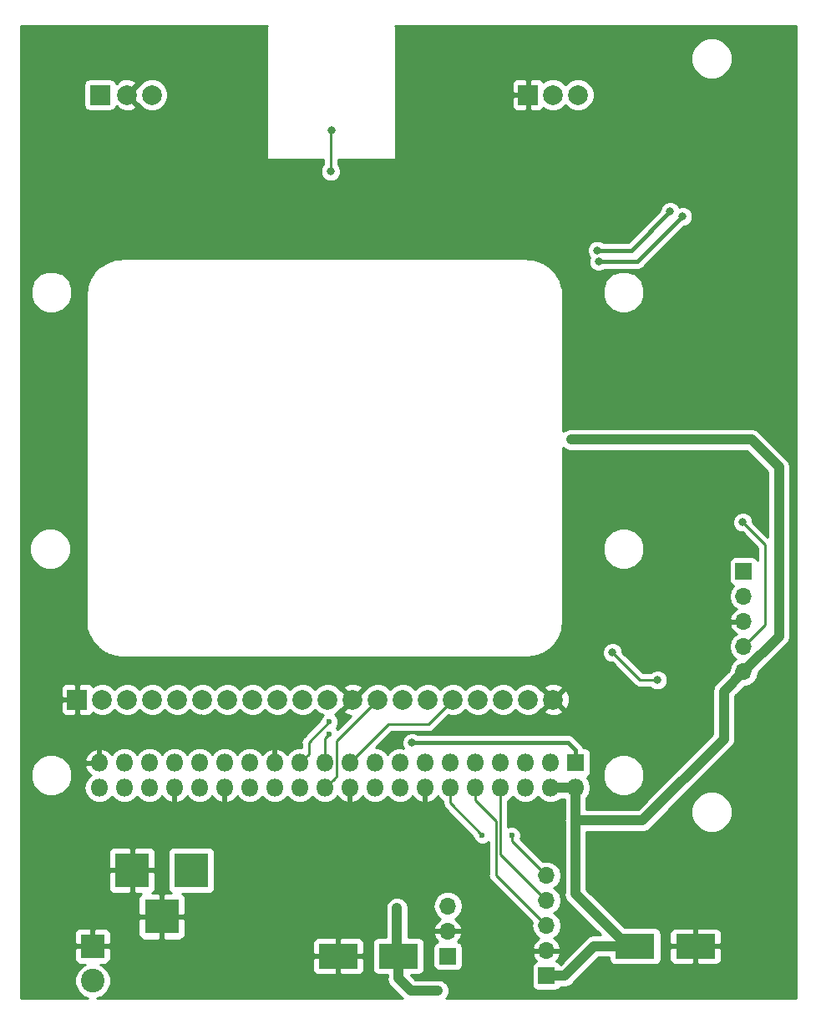
<source format=gbl>
G04 #@! TF.GenerationSoftware,KiCad,Pcbnew,(5.0.0-rc2-dev-691-g31b026c)*
G04 #@! TF.CreationDate,2018-05-13T20:35:11+02:00*
G04 #@! TF.ProjectId,backplane,6261636B706C616E652E6B696361645F,v1.6*
G04 #@! TF.SameCoordinates,Original*
G04 #@! TF.FileFunction,Copper,L2,Bot,Signal*
G04 #@! TF.FilePolarity,Positive*
%FSLAX46Y46*%
G04 Gerber Fmt 4.6, Leading zero omitted, Abs format (unit mm)*
G04 Created by KiCad (PCBNEW (5.0.0-rc2-dev-691-g31b026c)) date Sunday, 13. May 2018, 20:35:11*
%MOMM*%
%LPD*%
G01*
G04 APERTURE LIST*
%ADD10R,1.800000X1.800000*%
%ADD11O,1.800000X1.800000*%
%ADD12R,2.000000X2.000000*%
%ADD13C,2.000000*%
%ADD14O,1.700000X1.700000*%
%ADD15R,1.700000X1.700000*%
%ADD16R,2.400000X2.400000*%
%ADD17C,2.400000*%
%ADD18R,3.500000X3.500000*%
%ADD19R,4.000000X2.500000*%
%ADD20C,1.000000*%
%ADD21C,0.800000*%
%ADD22C,0.600000*%
%ADD23C,0.250000*%
%ADD24C,0.400000*%
%ADD25C,1.000000*%
%ADD26C,0.254000*%
G04 APERTURE END LIST*
D10*
X87944000Y-89415000D03*
D11*
X87944000Y-91955000D03*
X85404000Y-89415000D03*
X85404000Y-91955000D03*
X82864000Y-89415000D03*
X82864000Y-91955000D03*
X80324000Y-89415000D03*
X80324000Y-91955000D03*
X77784000Y-89415000D03*
X77784000Y-91955000D03*
X75244000Y-89415000D03*
X75244000Y-91955000D03*
X72704000Y-89415000D03*
X72704000Y-91955000D03*
X70164000Y-89415000D03*
X70164000Y-91955000D03*
X67624000Y-89415000D03*
X67624000Y-91955000D03*
X65084000Y-89415000D03*
X65084000Y-91955000D03*
X62544000Y-89415000D03*
X62544000Y-91955000D03*
X60004000Y-89415000D03*
X60004000Y-91955000D03*
X57464000Y-89415000D03*
X57464000Y-91955000D03*
X54924000Y-89415000D03*
X54924000Y-91955000D03*
X52384000Y-89415000D03*
X52384000Y-91955000D03*
X49844000Y-89415000D03*
X49844000Y-91955000D03*
X47304000Y-89415000D03*
X47304000Y-91955000D03*
X44764000Y-89415000D03*
X44764000Y-91955000D03*
X42224000Y-89415000D03*
X42224000Y-91955000D03*
X39684000Y-89415000D03*
X39684000Y-91955000D03*
D12*
X37440000Y-83000000D03*
D13*
X39980000Y-83000000D03*
X42520000Y-83000000D03*
X45060000Y-83000000D03*
X47600000Y-83000000D03*
X50140000Y-83000000D03*
X52680000Y-83000000D03*
X55220000Y-83000000D03*
X57760000Y-83000000D03*
X60300000Y-83000000D03*
X62840000Y-83000000D03*
X65380000Y-83000000D03*
X67920000Y-83000000D03*
X70460000Y-83000000D03*
X73000000Y-83000000D03*
X75540000Y-83000000D03*
X78080000Y-83000000D03*
X80620000Y-83000000D03*
X83160000Y-83000000D03*
X85700000Y-83000000D03*
D12*
X39740000Y-21700000D03*
D13*
X42480000Y-21700000D03*
X45020000Y-21700000D03*
D12*
X83140000Y-21700000D03*
D13*
X85680000Y-21700000D03*
X88220000Y-21700000D03*
D14*
X85000000Y-100840000D03*
X85000000Y-103380000D03*
X85000000Y-105920000D03*
X85000000Y-108460000D03*
D15*
X85000000Y-111000000D03*
D16*
X39000000Y-108000000D03*
D17*
X39000000Y-111500000D03*
D18*
X46000000Y-105000000D03*
X43000000Y-100300000D03*
X49000000Y-100300000D03*
D14*
X75000000Y-103920000D03*
X75000000Y-106460000D03*
D15*
X75000000Y-109000000D03*
D19*
X70000000Y-109000000D03*
X63900000Y-109000000D03*
X100100000Y-108000000D03*
X94000000Y-108000000D03*
D14*
X105000000Y-80160000D03*
X105000000Y-77620000D03*
X105000000Y-75080000D03*
X105000000Y-72540000D03*
D15*
X105000000Y-70000000D03*
D20*
X50500000Y-32750000D03*
X75000000Y-25000000D03*
X90000000Y-25000000D03*
X81250000Y-32750000D03*
X35000000Y-55000000D03*
X35000000Y-75000000D03*
X50000000Y-85000000D03*
X80000000Y-85000000D03*
X90000000Y-80000000D03*
X100000000Y-85000000D03*
X105000000Y-90000000D03*
X95000000Y-100000000D03*
X75000000Y-100000000D03*
X55000000Y-110000000D03*
X60000000Y-105000000D03*
X45000000Y-110000000D03*
X35000000Y-95000000D03*
X95000000Y-50000000D03*
X105000000Y-40000000D03*
D21*
X65750000Y-28750000D03*
D20*
X96750000Y-72750000D03*
X33750000Y-37250000D03*
X94999998Y-60000000D03*
X87500000Y-60000000D03*
D21*
X104902000Y-65024000D03*
X91694000Y-78232000D03*
X96266000Y-81026000D03*
X71374000Y-87376000D03*
X87502998Y-56642000D03*
X63118998Y-29464000D03*
X63246000Y-25273000D03*
D22*
X63000000Y-86500000D03*
X63000000Y-85250000D03*
D21*
X98806000Y-34036000D03*
X90296999Y-38592011D03*
X97536000Y-33528000D03*
X90170006Y-37465000D03*
D20*
X69850000Y-104140000D03*
X74000000Y-112500000D03*
D22*
X78500000Y-96750000D03*
X81500000Y-96750000D03*
D23*
X105849999Y-76770001D02*
X105000000Y-77620000D01*
X107188000Y-75432000D02*
X105849999Y-76770001D01*
X107188000Y-67310000D02*
X107188000Y-75432000D01*
X104902000Y-65024000D02*
X107188000Y-67310000D01*
X91694000Y-78232000D02*
X94488000Y-81026000D01*
X94488000Y-81026000D02*
X96266000Y-81026000D01*
D24*
X87944000Y-88115000D02*
X87944000Y-89415000D01*
X87205000Y-87376000D02*
X87944000Y-88115000D01*
X71374000Y-87376000D02*
X87205000Y-87376000D01*
D25*
X86850000Y-111000000D02*
X89850000Y-108000000D01*
X89850000Y-108000000D02*
X94000000Y-108000000D01*
X85000000Y-111000000D02*
X86850000Y-111000000D01*
X93250000Y-108000000D02*
X94000000Y-108000000D01*
X87944000Y-102694000D02*
X93250000Y-108000000D01*
X85404000Y-91955000D02*
X87944000Y-91955000D01*
X87944000Y-95250000D02*
X87944000Y-102694000D01*
X87944000Y-91955000D02*
X87944000Y-95250000D01*
X88068683Y-56642000D02*
X87502998Y-56642000D01*
X108585000Y-76575000D02*
X108585000Y-59436000D01*
X108585000Y-59436000D02*
X105791000Y-56642000D01*
X105000000Y-80160000D02*
X108585000Y-76575000D01*
X105791000Y-56642000D02*
X88068683Y-56642000D01*
X103000000Y-87000000D02*
X94750000Y-95250000D01*
X94750000Y-95250000D02*
X87944000Y-95250000D01*
X103000000Y-82160000D02*
X103000000Y-87000000D01*
X105000000Y-80160000D02*
X103000000Y-82160000D01*
D23*
X63118998Y-29464000D02*
X63118998Y-25400002D01*
X63118998Y-25400002D02*
X63246000Y-25273000D01*
X74540001Y-83999999D02*
X75540000Y-83000000D01*
X73040000Y-85500000D02*
X74540001Y-83999999D01*
X68999000Y-85500000D02*
X73040000Y-85500000D01*
X65084000Y-89415000D02*
X68999000Y-85500000D01*
X62544000Y-86956000D02*
X63000000Y-86500000D01*
X62544000Y-89415000D02*
X62544000Y-86956000D01*
X60903999Y-88515001D02*
X60903999Y-87346001D01*
X60004000Y-89415000D02*
X60903999Y-88515001D01*
X60903999Y-87346001D02*
X63000000Y-85250000D01*
D24*
X98806000Y-34036000D02*
X94249989Y-38592011D01*
X94249989Y-38592011D02*
X90862684Y-38592011D01*
X90862684Y-38592011D02*
X90296999Y-38592011D01*
X90735691Y-37465000D02*
X90170006Y-37465000D01*
X97536000Y-33528000D02*
X93599000Y-37465000D01*
X93599000Y-37465000D02*
X90735691Y-37465000D01*
D23*
X63443999Y-91055001D02*
X62544000Y-91955000D01*
X63769001Y-90729999D02*
X63443999Y-91055001D01*
X63769001Y-87150999D02*
X63769001Y-90729999D01*
X67920000Y-83000000D02*
X63769001Y-87150999D01*
D25*
X69850000Y-108850000D02*
X70000000Y-109000000D01*
X69850000Y-104140000D02*
X69850000Y-108850000D01*
X74000000Y-112500000D02*
X71250000Y-112500000D01*
X70000000Y-111250000D02*
X70000000Y-109000000D01*
X71250000Y-112500000D02*
X70000000Y-111250000D01*
D23*
X80324000Y-98704000D02*
X85000000Y-103380000D01*
X80324000Y-91955000D02*
X80324000Y-98704000D01*
X79873990Y-100793990D02*
X84150001Y-105070001D01*
X79873990Y-95317782D02*
X79873990Y-100793990D01*
X84150001Y-105070001D02*
X85000000Y-105920000D01*
X77784000Y-93227792D02*
X79873990Y-95317782D01*
X77784000Y-91955000D02*
X77784000Y-93227792D01*
X75244000Y-93494000D02*
X78500000Y-96750000D01*
X75244000Y-91955000D02*
X75244000Y-93494000D01*
X81500000Y-97340000D02*
X85000000Y-100840000D01*
X81500000Y-96750000D02*
X81500000Y-97340000D01*
D26*
G36*
X56669197Y-14710197D02*
X56641667Y-14751399D01*
X56632000Y-14800000D01*
X56632000Y-28135000D01*
X56641667Y-28183601D01*
X56669197Y-28224803D01*
X56710399Y-28252333D01*
X56759000Y-28262000D01*
X62358998Y-28262000D01*
X62358998Y-28760289D01*
X62241567Y-28877720D01*
X62083998Y-29258126D01*
X62083998Y-29669874D01*
X62241567Y-30050280D01*
X62532718Y-30341431D01*
X62913124Y-30499000D01*
X63324872Y-30499000D01*
X63705278Y-30341431D01*
X63996429Y-30050280D01*
X64153998Y-29669874D01*
X64153998Y-29258126D01*
X63996429Y-28877720D01*
X63878998Y-28760289D01*
X63878998Y-28262000D01*
X69586000Y-28262000D01*
X69634601Y-28252333D01*
X69675803Y-28224803D01*
X69703333Y-28183601D01*
X69713000Y-28135000D01*
X69713000Y-21985750D01*
X81505000Y-21985750D01*
X81505000Y-22826310D01*
X81601673Y-23059699D01*
X81780302Y-23238327D01*
X82013691Y-23335000D01*
X82854250Y-23335000D01*
X83013000Y-23176250D01*
X83013000Y-21827000D01*
X81663750Y-21827000D01*
X81505000Y-21985750D01*
X69713000Y-21985750D01*
X69713000Y-20573690D01*
X81505000Y-20573690D01*
X81505000Y-21414250D01*
X81663750Y-21573000D01*
X83013000Y-21573000D01*
X83013000Y-20223750D01*
X83267000Y-20223750D01*
X83267000Y-21573000D01*
X83287000Y-21573000D01*
X83287000Y-21827000D01*
X83267000Y-21827000D01*
X83267000Y-23176250D01*
X83425750Y-23335000D01*
X84266309Y-23335000D01*
X84499698Y-23238327D01*
X84678327Y-23059699D01*
X84692718Y-23024957D01*
X84753847Y-23086086D01*
X85354778Y-23335000D01*
X86005222Y-23335000D01*
X86606153Y-23086086D01*
X86950000Y-22742239D01*
X87293847Y-23086086D01*
X87894778Y-23335000D01*
X88545222Y-23335000D01*
X89146153Y-23086086D01*
X89606086Y-22626153D01*
X89855000Y-22025222D01*
X89855000Y-21374778D01*
X89606086Y-20773847D01*
X89146153Y-20313914D01*
X88545222Y-20065000D01*
X87894778Y-20065000D01*
X87293847Y-20313914D01*
X86950000Y-20657761D01*
X86606153Y-20313914D01*
X86005222Y-20065000D01*
X85354778Y-20065000D01*
X84753847Y-20313914D01*
X84692718Y-20375043D01*
X84678327Y-20340301D01*
X84499698Y-20161673D01*
X84266309Y-20065000D01*
X83425750Y-20065000D01*
X83267000Y-20223750D01*
X83013000Y-20223750D01*
X82854250Y-20065000D01*
X82013691Y-20065000D01*
X81780302Y-20161673D01*
X81601673Y-20340301D01*
X81505000Y-20573690D01*
X69713000Y-20573690D01*
X69713000Y-17620295D01*
X99637000Y-17620295D01*
X99637000Y-18459705D01*
X99958229Y-19235219D01*
X100551781Y-19828771D01*
X101327295Y-20150000D01*
X102166705Y-20150000D01*
X102942219Y-19828771D01*
X103535771Y-19235219D01*
X103857000Y-18459705D01*
X103857000Y-17620295D01*
X103535771Y-16844781D01*
X102942219Y-16251229D01*
X102166705Y-15930000D01*
X101327295Y-15930000D01*
X100551781Y-16251229D01*
X99958229Y-16844781D01*
X99637000Y-17620295D01*
X69713000Y-17620295D01*
X69713000Y-14800000D01*
X69703333Y-14751399D01*
X69675803Y-14710197D01*
X69675508Y-14710000D01*
X110290001Y-14710000D01*
X110290000Y-113290000D01*
X74837191Y-113290000D01*
X74881609Y-113223524D01*
X74962207Y-113142926D01*
X75005826Y-113037620D01*
X75069146Y-112942855D01*
X75091381Y-112831072D01*
X75135000Y-112725766D01*
X75135000Y-112611783D01*
X75157235Y-112500000D01*
X75135000Y-112388217D01*
X75135000Y-112274234D01*
X75091381Y-112168928D01*
X75069146Y-112057145D01*
X75005826Y-111962380D01*
X74962207Y-111857074D01*
X74881609Y-111776476D01*
X74818289Y-111681711D01*
X74723524Y-111618391D01*
X74642926Y-111537793D01*
X74537620Y-111494174D01*
X74442855Y-111430854D01*
X74331072Y-111408619D01*
X74225766Y-111365000D01*
X71720132Y-111365000D01*
X71252571Y-110897440D01*
X72000000Y-110897440D01*
X72247765Y-110848157D01*
X72457809Y-110707809D01*
X72598157Y-110497765D01*
X72647440Y-110250000D01*
X72647440Y-108150000D01*
X73502560Y-108150000D01*
X73502560Y-109850000D01*
X73551843Y-110097765D01*
X73692191Y-110307809D01*
X73902235Y-110448157D01*
X74150000Y-110497440D01*
X75850000Y-110497440D01*
X76097765Y-110448157D01*
X76307809Y-110307809D01*
X76448157Y-110097765D01*
X76497440Y-109850000D01*
X76497440Y-108150000D01*
X76448157Y-107902235D01*
X76307809Y-107692191D01*
X76097765Y-107551843D01*
X75994292Y-107531261D01*
X76271645Y-107226924D01*
X76441476Y-106816890D01*
X76320155Y-106587000D01*
X75127000Y-106587000D01*
X75127000Y-106607000D01*
X74873000Y-106607000D01*
X74873000Y-106587000D01*
X73679845Y-106587000D01*
X73558524Y-106816890D01*
X73728355Y-107226924D01*
X74005708Y-107531261D01*
X73902235Y-107551843D01*
X73692191Y-107692191D01*
X73551843Y-107902235D01*
X73502560Y-108150000D01*
X72647440Y-108150000D01*
X72647440Y-107750000D01*
X72598157Y-107502235D01*
X72457809Y-107292191D01*
X72247765Y-107151843D01*
X72000000Y-107102560D01*
X70985000Y-107102560D01*
X70985000Y-103920000D01*
X73485908Y-103920000D01*
X73601161Y-104499418D01*
X73929375Y-104990625D01*
X74248478Y-105203843D01*
X74118642Y-105264817D01*
X73728355Y-105693076D01*
X73558524Y-106103110D01*
X73679845Y-106333000D01*
X74873000Y-106333000D01*
X74873000Y-106313000D01*
X75127000Y-106313000D01*
X75127000Y-106333000D01*
X76320155Y-106333000D01*
X76441476Y-106103110D01*
X76271645Y-105693076D01*
X75881358Y-105264817D01*
X75751522Y-105203843D01*
X76070625Y-104990625D01*
X76398839Y-104499418D01*
X76514092Y-103920000D01*
X76398839Y-103340582D01*
X76070625Y-102849375D01*
X75579418Y-102521161D01*
X75146256Y-102435000D01*
X74853744Y-102435000D01*
X74420582Y-102521161D01*
X73929375Y-102849375D01*
X73601161Y-103340582D01*
X73485908Y-103920000D01*
X70985000Y-103920000D01*
X70985000Y-103914234D01*
X70941381Y-103808928D01*
X70919146Y-103697145D01*
X70855826Y-103602380D01*
X70812207Y-103497074D01*
X70731609Y-103416476D01*
X70668289Y-103321711D01*
X70573525Y-103258392D01*
X70492926Y-103177793D01*
X70387618Y-103134173D01*
X70292854Y-103070854D01*
X70181073Y-103048619D01*
X70075766Y-103005000D01*
X69961783Y-103005000D01*
X69850000Y-102982765D01*
X69738217Y-103005000D01*
X69624234Y-103005000D01*
X69518928Y-103048619D01*
X69407145Y-103070854D01*
X69312380Y-103134174D01*
X69207074Y-103177793D01*
X69126476Y-103258391D01*
X69031711Y-103321711D01*
X68968392Y-103416475D01*
X68887793Y-103497074D01*
X68844173Y-103602382D01*
X68780854Y-103697146D01*
X68758619Y-103808927D01*
X68715000Y-103914234D01*
X68715000Y-104028218D01*
X68715001Y-107102560D01*
X68000000Y-107102560D01*
X67752235Y-107151843D01*
X67542191Y-107292191D01*
X67401843Y-107502235D01*
X67352560Y-107750000D01*
X67352560Y-110250000D01*
X67401843Y-110497765D01*
X67542191Y-110707809D01*
X67752235Y-110848157D01*
X68000000Y-110897440D01*
X68865000Y-110897440D01*
X68865000Y-111138216D01*
X68842765Y-111250000D01*
X68928638Y-111681711D01*
X68930854Y-111692854D01*
X69181711Y-112068289D01*
X69276482Y-112131613D01*
X70368389Y-113223521D01*
X70412809Y-113290000D01*
X39473644Y-113290000D01*
X40039444Y-113055638D01*
X40555638Y-112539444D01*
X40835000Y-111865004D01*
X40835000Y-111134996D01*
X40555638Y-110460556D01*
X40039444Y-109944362D01*
X39775421Y-109835000D01*
X40326310Y-109835000D01*
X40559699Y-109738327D01*
X40738327Y-109559698D01*
X40835000Y-109326309D01*
X40835000Y-109285750D01*
X61265000Y-109285750D01*
X61265000Y-110376310D01*
X61361673Y-110609699D01*
X61540302Y-110788327D01*
X61773691Y-110885000D01*
X63614250Y-110885000D01*
X63773000Y-110726250D01*
X63773000Y-109127000D01*
X64027000Y-109127000D01*
X64027000Y-110726250D01*
X64185750Y-110885000D01*
X66026309Y-110885000D01*
X66259698Y-110788327D01*
X66438327Y-110609699D01*
X66535000Y-110376310D01*
X66535000Y-109285750D01*
X66376250Y-109127000D01*
X64027000Y-109127000D01*
X63773000Y-109127000D01*
X61423750Y-109127000D01*
X61265000Y-109285750D01*
X40835000Y-109285750D01*
X40835000Y-108285750D01*
X40676250Y-108127000D01*
X39127000Y-108127000D01*
X39127000Y-108147000D01*
X38873000Y-108147000D01*
X38873000Y-108127000D01*
X37323750Y-108127000D01*
X37165000Y-108285750D01*
X37165000Y-109326309D01*
X37261673Y-109559698D01*
X37440301Y-109738327D01*
X37673690Y-109835000D01*
X38224579Y-109835000D01*
X37960556Y-109944362D01*
X37444362Y-110460556D01*
X37165000Y-111134996D01*
X37165000Y-111865004D01*
X37444362Y-112539444D01*
X37960556Y-113055638D01*
X38526356Y-113290000D01*
X31710000Y-113290000D01*
X31710000Y-106673691D01*
X37165000Y-106673691D01*
X37165000Y-107714250D01*
X37323750Y-107873000D01*
X38873000Y-107873000D01*
X38873000Y-106323750D01*
X39127000Y-106323750D01*
X39127000Y-107873000D01*
X40676250Y-107873000D01*
X40835000Y-107714250D01*
X40835000Y-107623690D01*
X61265000Y-107623690D01*
X61265000Y-108714250D01*
X61423750Y-108873000D01*
X63773000Y-108873000D01*
X63773000Y-107273750D01*
X64027000Y-107273750D01*
X64027000Y-108873000D01*
X66376250Y-108873000D01*
X66535000Y-108714250D01*
X66535000Y-107623690D01*
X66438327Y-107390301D01*
X66259698Y-107211673D01*
X66026309Y-107115000D01*
X64185750Y-107115000D01*
X64027000Y-107273750D01*
X63773000Y-107273750D01*
X63614250Y-107115000D01*
X61773691Y-107115000D01*
X61540302Y-107211673D01*
X61361673Y-107390301D01*
X61265000Y-107623690D01*
X40835000Y-107623690D01*
X40835000Y-106673691D01*
X40738327Y-106440302D01*
X40559699Y-106261673D01*
X40326310Y-106165000D01*
X39285750Y-106165000D01*
X39127000Y-106323750D01*
X38873000Y-106323750D01*
X38714250Y-106165000D01*
X37673690Y-106165000D01*
X37440301Y-106261673D01*
X37261673Y-106440302D01*
X37165000Y-106673691D01*
X31710000Y-106673691D01*
X31710000Y-105285750D01*
X43615000Y-105285750D01*
X43615000Y-106876310D01*
X43711673Y-107109699D01*
X43890302Y-107288327D01*
X44123691Y-107385000D01*
X45714250Y-107385000D01*
X45873000Y-107226250D01*
X45873000Y-105127000D01*
X46127000Y-105127000D01*
X46127000Y-107226250D01*
X46285750Y-107385000D01*
X47876309Y-107385000D01*
X48109698Y-107288327D01*
X48288327Y-107109699D01*
X48385000Y-106876310D01*
X48385000Y-105285750D01*
X48226250Y-105127000D01*
X46127000Y-105127000D01*
X45873000Y-105127000D01*
X43773750Y-105127000D01*
X43615000Y-105285750D01*
X31710000Y-105285750D01*
X31710000Y-100585750D01*
X40615000Y-100585750D01*
X40615000Y-102176310D01*
X40711673Y-102409699D01*
X40890302Y-102588327D01*
X41123691Y-102685000D01*
X42714250Y-102685000D01*
X42873000Y-102526250D01*
X42873000Y-100427000D01*
X43127000Y-100427000D01*
X43127000Y-102526250D01*
X43285750Y-102685000D01*
X43954696Y-102685000D01*
X43890302Y-102711673D01*
X43711673Y-102890301D01*
X43615000Y-103123690D01*
X43615000Y-104714250D01*
X43773750Y-104873000D01*
X45873000Y-104873000D01*
X45873000Y-102773750D01*
X46127000Y-102773750D01*
X46127000Y-104873000D01*
X48226250Y-104873000D01*
X48385000Y-104714250D01*
X48385000Y-103123690D01*
X48288327Y-102890301D01*
X48109698Y-102711673D01*
X48075337Y-102697440D01*
X50750000Y-102697440D01*
X50997765Y-102648157D01*
X51207809Y-102507809D01*
X51348157Y-102297765D01*
X51397440Y-102050000D01*
X51397440Y-98550000D01*
X51348157Y-98302235D01*
X51207809Y-98092191D01*
X50997765Y-97951843D01*
X50750000Y-97902560D01*
X47250000Y-97902560D01*
X47002235Y-97951843D01*
X46792191Y-98092191D01*
X46651843Y-98302235D01*
X46602560Y-98550000D01*
X46602560Y-102050000D01*
X46651843Y-102297765D01*
X46792191Y-102507809D01*
X46952612Y-102615000D01*
X46285750Y-102615000D01*
X46127000Y-102773750D01*
X45873000Y-102773750D01*
X45714250Y-102615000D01*
X45045304Y-102615000D01*
X45109698Y-102588327D01*
X45288327Y-102409699D01*
X45385000Y-102176310D01*
X45385000Y-100585750D01*
X45226250Y-100427000D01*
X43127000Y-100427000D01*
X42873000Y-100427000D01*
X40773750Y-100427000D01*
X40615000Y-100585750D01*
X31710000Y-100585750D01*
X31710000Y-98423690D01*
X40615000Y-98423690D01*
X40615000Y-100014250D01*
X40773750Y-100173000D01*
X42873000Y-100173000D01*
X42873000Y-98073750D01*
X43127000Y-98073750D01*
X43127000Y-100173000D01*
X45226250Y-100173000D01*
X45385000Y-100014250D01*
X45385000Y-98423690D01*
X45288327Y-98190301D01*
X45109698Y-98011673D01*
X44876309Y-97915000D01*
X43285750Y-97915000D01*
X43127000Y-98073750D01*
X42873000Y-98073750D01*
X42714250Y-97915000D01*
X41123691Y-97915000D01*
X40890302Y-98011673D01*
X40711673Y-98190301D01*
X40615000Y-98423690D01*
X31710000Y-98423690D01*
X31710000Y-90265295D01*
X32704000Y-90265295D01*
X32704000Y-91104705D01*
X33025229Y-91880219D01*
X33618781Y-92473771D01*
X34394295Y-92795000D01*
X35233705Y-92795000D01*
X36009219Y-92473771D01*
X36602771Y-91880219D01*
X36924000Y-91104705D01*
X36924000Y-90265295D01*
X36602771Y-89489781D01*
X36163248Y-89050258D01*
X38192954Y-89050258D01*
X38313003Y-89288000D01*
X39557000Y-89288000D01*
X39557000Y-88044622D01*
X39319260Y-87923964D01*
X38887583Y-88102760D01*
X38446034Y-88507424D01*
X38192954Y-89050258D01*
X36163248Y-89050258D01*
X36009219Y-88896229D01*
X35233705Y-88575000D01*
X34394295Y-88575000D01*
X33618781Y-88896229D01*
X33025229Y-89489781D01*
X32704000Y-90265295D01*
X31710000Y-90265295D01*
X31710000Y-83285750D01*
X35805000Y-83285750D01*
X35805000Y-84126310D01*
X35901673Y-84359699D01*
X36080302Y-84538327D01*
X36313691Y-84635000D01*
X37154250Y-84635000D01*
X37313000Y-84476250D01*
X37313000Y-83127000D01*
X35963750Y-83127000D01*
X35805000Y-83285750D01*
X31710000Y-83285750D01*
X31710000Y-81873690D01*
X35805000Y-81873690D01*
X35805000Y-82714250D01*
X35963750Y-82873000D01*
X37313000Y-82873000D01*
X37313000Y-81523750D01*
X37567000Y-81523750D01*
X37567000Y-82873000D01*
X37587000Y-82873000D01*
X37587000Y-83127000D01*
X37567000Y-83127000D01*
X37567000Y-84476250D01*
X37725750Y-84635000D01*
X38566309Y-84635000D01*
X38799698Y-84538327D01*
X38978327Y-84359699D01*
X38992718Y-84324957D01*
X39053847Y-84386086D01*
X39654778Y-84635000D01*
X40305222Y-84635000D01*
X40906153Y-84386086D01*
X41250000Y-84042239D01*
X41593847Y-84386086D01*
X42194778Y-84635000D01*
X42845222Y-84635000D01*
X43446153Y-84386086D01*
X43790000Y-84042239D01*
X44133847Y-84386086D01*
X44734778Y-84635000D01*
X45385222Y-84635000D01*
X45986153Y-84386086D01*
X46330000Y-84042239D01*
X46673847Y-84386086D01*
X47274778Y-84635000D01*
X47925222Y-84635000D01*
X48526153Y-84386086D01*
X48870000Y-84042239D01*
X49213847Y-84386086D01*
X49814778Y-84635000D01*
X50465222Y-84635000D01*
X51066153Y-84386086D01*
X51410000Y-84042239D01*
X51753847Y-84386086D01*
X52354778Y-84635000D01*
X53005222Y-84635000D01*
X53606153Y-84386086D01*
X53950000Y-84042239D01*
X54293847Y-84386086D01*
X54894778Y-84635000D01*
X55545222Y-84635000D01*
X56146153Y-84386086D01*
X56490000Y-84042239D01*
X56833847Y-84386086D01*
X57434778Y-84635000D01*
X58085222Y-84635000D01*
X58686153Y-84386086D01*
X59030000Y-84042239D01*
X59373847Y-84386086D01*
X59974778Y-84635000D01*
X60625222Y-84635000D01*
X61226153Y-84386086D01*
X61570000Y-84042239D01*
X61913847Y-84386086D01*
X62357752Y-84569958D01*
X62207345Y-84720365D01*
X62065000Y-85064017D01*
X62065000Y-85110198D01*
X60419527Y-86755672D01*
X60356071Y-86798072D01*
X60313671Y-86861528D01*
X60313670Y-86861529D01*
X60188096Y-87049464D01*
X60129111Y-87346001D01*
X60144000Y-87420852D01*
X60144000Y-87880000D01*
X59852818Y-87880000D01*
X59405073Y-87969062D01*
X58897327Y-88308327D01*
X58727582Y-88562368D01*
X58701966Y-88507424D01*
X58260417Y-88102760D01*
X57828740Y-87923964D01*
X57591000Y-88044622D01*
X57591000Y-89288000D01*
X57611000Y-89288000D01*
X57611000Y-89542000D01*
X57591000Y-89542000D01*
X57591000Y-89562000D01*
X57337000Y-89562000D01*
X57337000Y-89542000D01*
X57317000Y-89542000D01*
X57317000Y-89288000D01*
X57337000Y-89288000D01*
X57337000Y-88044622D01*
X57099260Y-87923964D01*
X56667583Y-88102760D01*
X56226034Y-88507424D01*
X56200418Y-88562368D01*
X56030673Y-88308327D01*
X55522927Y-87969062D01*
X55075182Y-87880000D01*
X54772818Y-87880000D01*
X54325073Y-87969062D01*
X53817327Y-88308327D01*
X53654000Y-88552763D01*
X53490673Y-88308327D01*
X52982927Y-87969062D01*
X52535182Y-87880000D01*
X52232818Y-87880000D01*
X51785073Y-87969062D01*
X51277327Y-88308327D01*
X51114000Y-88552763D01*
X50950673Y-88308327D01*
X50442927Y-87969062D01*
X49995182Y-87880000D01*
X49692818Y-87880000D01*
X49245073Y-87969062D01*
X48737327Y-88308327D01*
X48574000Y-88552763D01*
X48410673Y-88308327D01*
X47902927Y-87969062D01*
X47455182Y-87880000D01*
X47152818Y-87880000D01*
X46705073Y-87969062D01*
X46197327Y-88308327D01*
X46034000Y-88552763D01*
X45870673Y-88308327D01*
X45362927Y-87969062D01*
X44915182Y-87880000D01*
X44612818Y-87880000D01*
X44165073Y-87969062D01*
X43657327Y-88308327D01*
X43494000Y-88552763D01*
X43330673Y-88308327D01*
X42822927Y-87969062D01*
X42375182Y-87880000D01*
X42072818Y-87880000D01*
X41625073Y-87969062D01*
X41117327Y-88308327D01*
X40947582Y-88562368D01*
X40921966Y-88507424D01*
X40480417Y-88102760D01*
X40048740Y-87923964D01*
X39811000Y-88044622D01*
X39811000Y-89288000D01*
X39831000Y-89288000D01*
X39831000Y-89542000D01*
X39811000Y-89542000D01*
X39811000Y-89562000D01*
X39557000Y-89562000D01*
X39557000Y-89542000D01*
X38313003Y-89542000D01*
X38192954Y-89779742D01*
X38446034Y-90322576D01*
X38833174Y-90677376D01*
X38577327Y-90848327D01*
X38238062Y-91356073D01*
X38118928Y-91955000D01*
X38238062Y-92553927D01*
X38577327Y-93061673D01*
X39085073Y-93400938D01*
X39532818Y-93490000D01*
X39835182Y-93490000D01*
X40282927Y-93400938D01*
X40790673Y-93061673D01*
X40954000Y-92817237D01*
X41117327Y-93061673D01*
X41625073Y-93400938D01*
X42072818Y-93490000D01*
X42375182Y-93490000D01*
X42822927Y-93400938D01*
X43330673Y-93061673D01*
X43494000Y-92817237D01*
X43657327Y-93061673D01*
X44165073Y-93400938D01*
X44612818Y-93490000D01*
X44915182Y-93490000D01*
X45362927Y-93400938D01*
X45870673Y-93061673D01*
X46040418Y-92807632D01*
X46066034Y-92862576D01*
X46507583Y-93267240D01*
X46939260Y-93446036D01*
X47177000Y-93325378D01*
X47177000Y-92082000D01*
X47157000Y-92082000D01*
X47157000Y-91828000D01*
X47177000Y-91828000D01*
X47177000Y-91808000D01*
X47431000Y-91808000D01*
X47431000Y-91828000D01*
X47451000Y-91828000D01*
X47451000Y-92082000D01*
X47431000Y-92082000D01*
X47431000Y-93325378D01*
X47668740Y-93446036D01*
X48100417Y-93267240D01*
X48541966Y-92862576D01*
X48567582Y-92807632D01*
X48737327Y-93061673D01*
X49245073Y-93400938D01*
X49692818Y-93490000D01*
X49995182Y-93490000D01*
X50442927Y-93400938D01*
X50950673Y-93061673D01*
X51120418Y-92807632D01*
X51146034Y-92862576D01*
X51587583Y-93267240D01*
X52019260Y-93446036D01*
X52257000Y-93325378D01*
X52257000Y-92082000D01*
X52237000Y-92082000D01*
X52237000Y-91828000D01*
X52257000Y-91828000D01*
X52257000Y-91808000D01*
X52511000Y-91808000D01*
X52511000Y-91828000D01*
X52531000Y-91828000D01*
X52531000Y-92082000D01*
X52511000Y-92082000D01*
X52511000Y-93325378D01*
X52748740Y-93446036D01*
X53180417Y-93267240D01*
X53621966Y-92862576D01*
X53647582Y-92807632D01*
X53817327Y-93061673D01*
X54325073Y-93400938D01*
X54772818Y-93490000D01*
X55075182Y-93490000D01*
X55522927Y-93400938D01*
X56030673Y-93061673D01*
X56194000Y-92817237D01*
X56357327Y-93061673D01*
X56865073Y-93400938D01*
X57312818Y-93490000D01*
X57615182Y-93490000D01*
X58062927Y-93400938D01*
X58570673Y-93061673D01*
X58734000Y-92817237D01*
X58897327Y-93061673D01*
X59405073Y-93400938D01*
X59852818Y-93490000D01*
X60155182Y-93490000D01*
X60602927Y-93400938D01*
X61110673Y-93061673D01*
X61274000Y-92817237D01*
X61437327Y-93061673D01*
X61945073Y-93400938D01*
X62392818Y-93490000D01*
X62695182Y-93490000D01*
X63142927Y-93400938D01*
X63650673Y-93061673D01*
X63820418Y-92807632D01*
X63846034Y-92862576D01*
X64287583Y-93267240D01*
X64719260Y-93446036D01*
X64957000Y-93325378D01*
X64957000Y-92082000D01*
X64937000Y-92082000D01*
X64937000Y-91828000D01*
X64957000Y-91828000D01*
X64957000Y-91808000D01*
X65211000Y-91808000D01*
X65211000Y-91828000D01*
X65231000Y-91828000D01*
X65231000Y-92082000D01*
X65211000Y-92082000D01*
X65211000Y-93325378D01*
X65448740Y-93446036D01*
X65880417Y-93267240D01*
X66321966Y-92862576D01*
X66347582Y-92807632D01*
X66517327Y-93061673D01*
X67025073Y-93400938D01*
X67472818Y-93490000D01*
X67775182Y-93490000D01*
X68222927Y-93400938D01*
X68730673Y-93061673D01*
X68894000Y-92817237D01*
X69057327Y-93061673D01*
X69565073Y-93400938D01*
X70012818Y-93490000D01*
X70315182Y-93490000D01*
X70762927Y-93400938D01*
X71270673Y-93061673D01*
X71440418Y-92807632D01*
X71466034Y-92862576D01*
X71907583Y-93267240D01*
X72339260Y-93446036D01*
X72577000Y-93325378D01*
X72577000Y-92082000D01*
X72557000Y-92082000D01*
X72557000Y-91828000D01*
X72577000Y-91828000D01*
X72577000Y-91808000D01*
X72831000Y-91808000D01*
X72831000Y-91828000D01*
X72851000Y-91828000D01*
X72851000Y-92082000D01*
X72831000Y-92082000D01*
X72831000Y-93325378D01*
X73068740Y-93446036D01*
X73500417Y-93267240D01*
X73941966Y-92862576D01*
X73967582Y-92807632D01*
X74137327Y-93061673D01*
X74484001Y-93293313D01*
X74484001Y-93419149D01*
X74469112Y-93494000D01*
X74528097Y-93790537D01*
X74648208Y-93970295D01*
X74696072Y-94041929D01*
X74759528Y-94084329D01*
X77565000Y-96889803D01*
X77565000Y-96935983D01*
X77707345Y-97279635D01*
X77970365Y-97542655D01*
X78314017Y-97685000D01*
X78685983Y-97685000D01*
X79029635Y-97542655D01*
X79113990Y-97458300D01*
X79113991Y-100719138D01*
X79099102Y-100793990D01*
X79113991Y-100868842D01*
X79158087Y-101090527D01*
X79326062Y-101341919D01*
X79389518Y-101384319D01*
X83558791Y-105553593D01*
X83485908Y-105920000D01*
X83601161Y-106499418D01*
X83929375Y-106990625D01*
X84248478Y-107203843D01*
X84118642Y-107264817D01*
X83728355Y-107693076D01*
X83558524Y-108103110D01*
X83679845Y-108333000D01*
X84873000Y-108333000D01*
X84873000Y-108313000D01*
X85127000Y-108313000D01*
X85127000Y-108333000D01*
X86320155Y-108333000D01*
X86441476Y-108103110D01*
X86271645Y-107693076D01*
X85881358Y-107264817D01*
X85751522Y-107203843D01*
X86070625Y-106990625D01*
X86398839Y-106499418D01*
X86514092Y-105920000D01*
X86398839Y-105340582D01*
X86070625Y-104849375D01*
X85772239Y-104650000D01*
X86070625Y-104450625D01*
X86398839Y-103959418D01*
X86514092Y-103380000D01*
X86398839Y-102800582D01*
X86070625Y-102309375D01*
X85772239Y-102110000D01*
X86070625Y-101910625D01*
X86398839Y-101419418D01*
X86514092Y-100840000D01*
X86398839Y-100260582D01*
X86070625Y-99769375D01*
X85579418Y-99441161D01*
X85146256Y-99355000D01*
X84853744Y-99355000D01*
X84633593Y-99398791D01*
X82357613Y-97122812D01*
X82435000Y-96935983D01*
X82435000Y-96564017D01*
X82292655Y-96220365D01*
X82029635Y-95957345D01*
X81685983Y-95815000D01*
X81314017Y-95815000D01*
X81084000Y-95910276D01*
X81084000Y-93293312D01*
X81430673Y-93061673D01*
X81594000Y-92817237D01*
X81757327Y-93061673D01*
X82265073Y-93400938D01*
X82712818Y-93490000D01*
X83015182Y-93490000D01*
X83462927Y-93400938D01*
X83970673Y-93061673D01*
X84134000Y-92817237D01*
X84297327Y-93061673D01*
X84805073Y-93400938D01*
X85252818Y-93490000D01*
X85555182Y-93490000D01*
X86002927Y-93400938D01*
X86468279Y-93090000D01*
X86809000Y-93090000D01*
X86809001Y-95138212D01*
X86786765Y-95250000D01*
X86809000Y-95361783D01*
X86809001Y-102582212D01*
X86786765Y-102694000D01*
X86874854Y-103136854D01*
X86874855Y-103136855D01*
X87125712Y-103512289D01*
X87220480Y-103575611D01*
X90509868Y-106865000D01*
X89961783Y-106865000D01*
X89850000Y-106842765D01*
X89407145Y-106930854D01*
X89031711Y-107181711D01*
X88968389Y-107276479D01*
X86405890Y-109838979D01*
X86307809Y-109692191D01*
X86097765Y-109551843D01*
X85994292Y-109531261D01*
X86271645Y-109226924D01*
X86441476Y-108816890D01*
X86320155Y-108587000D01*
X85127000Y-108587000D01*
X85127000Y-108607000D01*
X84873000Y-108607000D01*
X84873000Y-108587000D01*
X83679845Y-108587000D01*
X83558524Y-108816890D01*
X83728355Y-109226924D01*
X84005708Y-109531261D01*
X83902235Y-109551843D01*
X83692191Y-109692191D01*
X83551843Y-109902235D01*
X83502560Y-110150000D01*
X83502560Y-111850000D01*
X83551843Y-112097765D01*
X83692191Y-112307809D01*
X83902235Y-112448157D01*
X84150000Y-112497440D01*
X85850000Y-112497440D01*
X86097765Y-112448157D01*
X86307809Y-112307809D01*
X86423277Y-112135000D01*
X86738217Y-112135000D01*
X86850000Y-112157235D01*
X86961783Y-112135000D01*
X87292855Y-112069146D01*
X87668289Y-111818289D01*
X87731613Y-111723518D01*
X90320132Y-109135000D01*
X91352560Y-109135000D01*
X91352560Y-109250000D01*
X91401843Y-109497765D01*
X91542191Y-109707809D01*
X91752235Y-109848157D01*
X92000000Y-109897440D01*
X96000000Y-109897440D01*
X96247765Y-109848157D01*
X96457809Y-109707809D01*
X96598157Y-109497765D01*
X96647440Y-109250000D01*
X96647440Y-108285750D01*
X97465000Y-108285750D01*
X97465000Y-109376310D01*
X97561673Y-109609699D01*
X97740302Y-109788327D01*
X97973691Y-109885000D01*
X99814250Y-109885000D01*
X99973000Y-109726250D01*
X99973000Y-108127000D01*
X100227000Y-108127000D01*
X100227000Y-109726250D01*
X100385750Y-109885000D01*
X102226309Y-109885000D01*
X102459698Y-109788327D01*
X102638327Y-109609699D01*
X102735000Y-109376310D01*
X102735000Y-108285750D01*
X102576250Y-108127000D01*
X100227000Y-108127000D01*
X99973000Y-108127000D01*
X97623750Y-108127000D01*
X97465000Y-108285750D01*
X96647440Y-108285750D01*
X96647440Y-106750000D01*
X96622316Y-106623690D01*
X97465000Y-106623690D01*
X97465000Y-107714250D01*
X97623750Y-107873000D01*
X99973000Y-107873000D01*
X99973000Y-106273750D01*
X100227000Y-106273750D01*
X100227000Y-107873000D01*
X102576250Y-107873000D01*
X102735000Y-107714250D01*
X102735000Y-106623690D01*
X102638327Y-106390301D01*
X102459698Y-106211673D01*
X102226309Y-106115000D01*
X100385750Y-106115000D01*
X100227000Y-106273750D01*
X99973000Y-106273750D01*
X99814250Y-106115000D01*
X97973691Y-106115000D01*
X97740302Y-106211673D01*
X97561673Y-106390301D01*
X97465000Y-106623690D01*
X96622316Y-106623690D01*
X96598157Y-106502235D01*
X96457809Y-106292191D01*
X96247765Y-106151843D01*
X96000000Y-106102560D01*
X92957692Y-106102560D01*
X89079000Y-102223869D01*
X89079000Y-96385000D01*
X94638217Y-96385000D01*
X94750000Y-96407235D01*
X94861783Y-96385000D01*
X95192855Y-96319146D01*
X95568289Y-96068289D01*
X95631613Y-95973518D01*
X97634836Y-93970295D01*
X99637000Y-93970295D01*
X99637000Y-94809705D01*
X99958229Y-95585219D01*
X100551781Y-96178771D01*
X101327295Y-96500000D01*
X102166705Y-96500000D01*
X102942219Y-96178771D01*
X103535771Y-95585219D01*
X103857000Y-94809705D01*
X103857000Y-93970295D01*
X103535771Y-93194781D01*
X102942219Y-92601229D01*
X102166705Y-92280000D01*
X101327295Y-92280000D01*
X100551781Y-92601229D01*
X99958229Y-93194781D01*
X99637000Y-93970295D01*
X97634836Y-93970295D01*
X103723521Y-87881611D01*
X103818289Y-87818289D01*
X104069146Y-87442855D01*
X104091903Y-87328448D01*
X104157235Y-87000000D01*
X104135000Y-86888217D01*
X104135000Y-82630131D01*
X105120132Y-81645000D01*
X105146256Y-81645000D01*
X105579418Y-81558839D01*
X106070625Y-81230625D01*
X106398839Y-80739418D01*
X106491487Y-80273644D01*
X109308522Y-77456610D01*
X109403289Y-77393289D01*
X109654146Y-77017855D01*
X109720000Y-76686783D01*
X109720000Y-76686782D01*
X109742235Y-76575000D01*
X109720000Y-76463217D01*
X109720000Y-59547783D01*
X109742235Y-59436000D01*
X109654146Y-58993145D01*
X109403289Y-58617711D01*
X109308521Y-58554389D01*
X106672613Y-55918482D01*
X106609289Y-55823711D01*
X106233855Y-55572854D01*
X105902783Y-55507000D01*
X105791000Y-55484765D01*
X105679217Y-55507000D01*
X87391215Y-55507000D01*
X87060143Y-55572854D01*
X86710000Y-55806812D01*
X86710000Y-41930074D01*
X86703799Y-41898898D01*
X86659776Y-41405631D01*
X86653894Y-41377353D01*
X86652332Y-41348507D01*
X86632661Y-41265295D01*
X90704000Y-41265295D01*
X90704000Y-42104705D01*
X91025229Y-42880219D01*
X91618781Y-43473771D01*
X92394295Y-43795000D01*
X93233705Y-43795000D01*
X94009219Y-43473771D01*
X94602771Y-42880219D01*
X94924000Y-42104705D01*
X94924000Y-41265295D01*
X94602771Y-40489781D01*
X94009219Y-39896229D01*
X93233705Y-39575000D01*
X92394295Y-39575000D01*
X91618781Y-39896229D01*
X91025229Y-40489781D01*
X90704000Y-41265295D01*
X86632661Y-41265295D01*
X86632104Y-41262940D01*
X86430697Y-40597947D01*
X86415357Y-40562668D01*
X86404496Y-40525764D01*
X86365127Y-40447145D01*
X86016141Y-39846321D01*
X85993097Y-39815518D01*
X85974036Y-39782100D01*
X85917636Y-39714646D01*
X85439791Y-39210223D01*
X85410280Y-39185548D01*
X85384043Y-39157412D01*
X85313638Y-39104742D01*
X84732566Y-38723774D01*
X84698164Y-38706547D01*
X84666162Y-38685204D01*
X84585537Y-38650147D01*
X84585530Y-38650144D01*
X84585527Y-38650143D01*
X83932401Y-38413070D01*
X83894966Y-38404221D01*
X83858906Y-38390810D01*
X83772370Y-38375240D01*
X83110542Y-38298079D01*
X83069926Y-38290000D01*
X41930074Y-38290000D01*
X41898898Y-38296201D01*
X41405631Y-38340224D01*
X41377353Y-38346106D01*
X41348507Y-38347668D01*
X41262940Y-38367896D01*
X40597947Y-38569303D01*
X40562668Y-38584643D01*
X40525764Y-38595504D01*
X40447145Y-38634873D01*
X39846321Y-38983859D01*
X39815518Y-39006903D01*
X39782100Y-39025964D01*
X39714646Y-39082364D01*
X39210223Y-39560209D01*
X39185548Y-39589720D01*
X39157412Y-39615957D01*
X39104742Y-39686362D01*
X38723774Y-40267434D01*
X38706547Y-40301836D01*
X38685204Y-40333838D01*
X38650144Y-40414471D01*
X38413070Y-41067599D01*
X38404221Y-41105034D01*
X38390810Y-41141094D01*
X38375240Y-41227630D01*
X38298078Y-41889470D01*
X38290001Y-41930074D01*
X38290000Y-75069925D01*
X38296201Y-75101100D01*
X38340224Y-75594369D01*
X38346106Y-75622648D01*
X38347668Y-75651493D01*
X38367896Y-75737060D01*
X38569303Y-76402053D01*
X38584642Y-76437330D01*
X38595504Y-76474236D01*
X38634873Y-76552855D01*
X38983859Y-77153679D01*
X39006903Y-77184483D01*
X39025964Y-77217900D01*
X39082364Y-77285353D01*
X39560209Y-77789777D01*
X39589717Y-77814449D01*
X39615957Y-77842589D01*
X39686362Y-77895258D01*
X40267435Y-78276226D01*
X40301833Y-78293451D01*
X40333838Y-78314796D01*
X40414471Y-78349856D01*
X41067599Y-78586930D01*
X41105034Y-78595779D01*
X41141094Y-78609190D01*
X41227627Y-78624759D01*
X41227630Y-78624760D01*
X41227631Y-78624760D01*
X41889458Y-78701921D01*
X41930074Y-78710000D01*
X83069926Y-78710000D01*
X83101102Y-78703799D01*
X83594369Y-78659776D01*
X83622648Y-78653894D01*
X83651493Y-78652332D01*
X83737060Y-78632104D01*
X84402053Y-78430697D01*
X84437330Y-78415358D01*
X84474236Y-78404496D01*
X84552855Y-78365127D01*
X85136488Y-78026126D01*
X90659000Y-78026126D01*
X90659000Y-78437874D01*
X90816569Y-78818280D01*
X91107720Y-79109431D01*
X91488126Y-79267000D01*
X91654199Y-79267000D01*
X93897671Y-81510473D01*
X93940071Y-81573929D01*
X94003527Y-81616329D01*
X94191462Y-81741904D01*
X94239605Y-81751480D01*
X94413148Y-81786000D01*
X94413152Y-81786000D01*
X94488000Y-81800888D01*
X94562848Y-81786000D01*
X95562289Y-81786000D01*
X95679720Y-81903431D01*
X96060126Y-82061000D01*
X96471874Y-82061000D01*
X96852280Y-81903431D01*
X97143431Y-81612280D01*
X97301000Y-81231874D01*
X97301000Y-80820126D01*
X97143431Y-80439720D01*
X96852280Y-80148569D01*
X96471874Y-79991000D01*
X96060126Y-79991000D01*
X95679720Y-80148569D01*
X95562289Y-80266000D01*
X94802802Y-80266000D01*
X92729000Y-78192199D01*
X92729000Y-78026126D01*
X92571431Y-77645720D01*
X92280280Y-77354569D01*
X91899874Y-77197000D01*
X91488126Y-77197000D01*
X91107720Y-77354569D01*
X90816569Y-77645720D01*
X90659000Y-78026126D01*
X85136488Y-78026126D01*
X85153679Y-78016141D01*
X85184483Y-77993097D01*
X85217900Y-77974036D01*
X85285353Y-77917636D01*
X85789777Y-77439791D01*
X85814449Y-77410283D01*
X85842589Y-77384043D01*
X85895258Y-77313638D01*
X86276226Y-76732565D01*
X86293451Y-76698167D01*
X86314796Y-76666162D01*
X86349856Y-76585529D01*
X86586930Y-75932401D01*
X86595779Y-75894966D01*
X86609190Y-75858906D01*
X86624760Y-75772369D01*
X86701921Y-75110542D01*
X86710000Y-75069926D01*
X86710000Y-67265295D01*
X90704000Y-67265295D01*
X90704000Y-68104705D01*
X91025229Y-68880219D01*
X91618781Y-69473771D01*
X92394295Y-69795000D01*
X93233705Y-69795000D01*
X94009219Y-69473771D01*
X94602771Y-68880219D01*
X94924000Y-68104705D01*
X94924000Y-67265295D01*
X94602771Y-66489781D01*
X94009219Y-65896229D01*
X93233705Y-65575000D01*
X92394295Y-65575000D01*
X91618781Y-65896229D01*
X91025229Y-66489781D01*
X90704000Y-67265295D01*
X86710000Y-67265295D01*
X86710000Y-57477188D01*
X87060143Y-57711146D01*
X87391215Y-57777000D01*
X105320869Y-57777000D01*
X107450001Y-59906133D01*
X107450001Y-66497199D01*
X105937000Y-64984199D01*
X105937000Y-64818126D01*
X105779431Y-64437720D01*
X105488280Y-64146569D01*
X105107874Y-63989000D01*
X104696126Y-63989000D01*
X104315720Y-64146569D01*
X104024569Y-64437720D01*
X103867000Y-64818126D01*
X103867000Y-65229874D01*
X104024569Y-65610280D01*
X104315720Y-65901431D01*
X104696126Y-66059000D01*
X104862199Y-66059000D01*
X106428000Y-67624802D01*
X106428000Y-68872068D01*
X106307809Y-68692191D01*
X106097765Y-68551843D01*
X105850000Y-68502560D01*
X104150000Y-68502560D01*
X103902235Y-68551843D01*
X103692191Y-68692191D01*
X103551843Y-68902235D01*
X103502560Y-69150000D01*
X103502560Y-70850000D01*
X103551843Y-71097765D01*
X103692191Y-71307809D01*
X103902235Y-71448157D01*
X103947619Y-71457184D01*
X103929375Y-71469375D01*
X103601161Y-71960582D01*
X103485908Y-72540000D01*
X103601161Y-73119418D01*
X103929375Y-73610625D01*
X104248478Y-73823843D01*
X104118642Y-73884817D01*
X103728355Y-74313076D01*
X103558524Y-74723110D01*
X103679845Y-74953000D01*
X104873000Y-74953000D01*
X104873000Y-74933000D01*
X105127000Y-74933000D01*
X105127000Y-74953000D01*
X105147000Y-74953000D01*
X105147000Y-75207000D01*
X105127000Y-75207000D01*
X105127000Y-75227000D01*
X104873000Y-75227000D01*
X104873000Y-75207000D01*
X103679845Y-75207000D01*
X103558524Y-75436890D01*
X103728355Y-75846924D01*
X104118642Y-76275183D01*
X104248478Y-76336157D01*
X103929375Y-76549375D01*
X103601161Y-77040582D01*
X103485908Y-77620000D01*
X103601161Y-78199418D01*
X103929375Y-78690625D01*
X104227761Y-78890000D01*
X103929375Y-79089375D01*
X103601161Y-79580582D01*
X103508513Y-80046355D01*
X102276482Y-81278387D01*
X102181711Y-81341711D01*
X101930855Y-81717145D01*
X101930854Y-81717146D01*
X101842765Y-82160000D01*
X101865000Y-82271783D01*
X101865001Y-86529867D01*
X94279869Y-94115000D01*
X89079000Y-94115000D01*
X89079000Y-93019279D01*
X89389938Y-92553927D01*
X89509072Y-91955000D01*
X89389938Y-91356073D01*
X89093304Y-90912129D01*
X89301809Y-90772809D01*
X89442157Y-90562765D01*
X89491440Y-90315000D01*
X89491440Y-90265295D01*
X90704000Y-90265295D01*
X90704000Y-91104705D01*
X91025229Y-91880219D01*
X91618781Y-92473771D01*
X92394295Y-92795000D01*
X93233705Y-92795000D01*
X94009219Y-92473771D01*
X94602771Y-91880219D01*
X94924000Y-91104705D01*
X94924000Y-90265295D01*
X94602771Y-89489781D01*
X94009219Y-88896229D01*
X93233705Y-88575000D01*
X92394295Y-88575000D01*
X91618781Y-88896229D01*
X91025229Y-89489781D01*
X90704000Y-90265295D01*
X89491440Y-90265295D01*
X89491440Y-88515000D01*
X89442157Y-88267235D01*
X89301809Y-88057191D01*
X89091765Y-87916843D01*
X88844000Y-87867560D01*
X88746139Y-87867560D01*
X88730552Y-87789199D01*
X88686669Y-87723524D01*
X88546001Y-87512999D01*
X88476283Y-87466415D01*
X87853587Y-86843720D01*
X87807001Y-86773999D01*
X87530801Y-86589448D01*
X87287237Y-86541000D01*
X87287233Y-86541000D01*
X87205000Y-86524643D01*
X87122767Y-86541000D01*
X72002711Y-86541000D01*
X71960280Y-86498569D01*
X71579874Y-86341000D01*
X71168126Y-86341000D01*
X70787720Y-86498569D01*
X70496569Y-86789720D01*
X70339000Y-87170126D01*
X70339000Y-87581874D01*
X70475714Y-87911932D01*
X70315182Y-87880000D01*
X70012818Y-87880000D01*
X69565073Y-87969062D01*
X69057327Y-88308327D01*
X68894000Y-88552763D01*
X68730673Y-88308327D01*
X68222927Y-87969062D01*
X67775182Y-87880000D01*
X67693802Y-87880000D01*
X69313802Y-86260000D01*
X72965153Y-86260000D01*
X73040000Y-86274888D01*
X73114847Y-86260000D01*
X73114852Y-86260000D01*
X73336537Y-86215904D01*
X73587929Y-86047929D01*
X73630331Y-85984470D01*
X75048625Y-84566177D01*
X75214778Y-84635000D01*
X75865222Y-84635000D01*
X76466153Y-84386086D01*
X76810000Y-84042239D01*
X77153847Y-84386086D01*
X77754778Y-84635000D01*
X78405222Y-84635000D01*
X79006153Y-84386086D01*
X79350000Y-84042239D01*
X79693847Y-84386086D01*
X80294778Y-84635000D01*
X80945222Y-84635000D01*
X81546153Y-84386086D01*
X81890000Y-84042239D01*
X82233847Y-84386086D01*
X82834778Y-84635000D01*
X83485222Y-84635000D01*
X84086153Y-84386086D01*
X84319707Y-84152532D01*
X84727073Y-84152532D01*
X84825736Y-84419387D01*
X85435461Y-84645908D01*
X86085460Y-84621856D01*
X86574264Y-84419387D01*
X86672927Y-84152532D01*
X85700000Y-83179605D01*
X84727073Y-84152532D01*
X84319707Y-84152532D01*
X84512311Y-83959928D01*
X84547468Y-83972927D01*
X85520395Y-83000000D01*
X85879605Y-83000000D01*
X86852532Y-83972927D01*
X87119387Y-83874264D01*
X87345908Y-83264539D01*
X87321856Y-82614540D01*
X87119387Y-82125736D01*
X86852532Y-82027073D01*
X85879605Y-83000000D01*
X85520395Y-83000000D01*
X84547468Y-82027073D01*
X84512311Y-82040072D01*
X84319707Y-81847468D01*
X84727073Y-81847468D01*
X85700000Y-82820395D01*
X86672927Y-81847468D01*
X86574264Y-81580613D01*
X85964539Y-81354092D01*
X85314540Y-81378144D01*
X84825736Y-81580613D01*
X84727073Y-81847468D01*
X84319707Y-81847468D01*
X84086153Y-81613914D01*
X83485222Y-81365000D01*
X82834778Y-81365000D01*
X82233847Y-81613914D01*
X81890000Y-81957761D01*
X81546153Y-81613914D01*
X80945222Y-81365000D01*
X80294778Y-81365000D01*
X79693847Y-81613914D01*
X79350000Y-81957761D01*
X79006153Y-81613914D01*
X78405222Y-81365000D01*
X77754778Y-81365000D01*
X77153847Y-81613914D01*
X76810000Y-81957761D01*
X76466153Y-81613914D01*
X75865222Y-81365000D01*
X75214778Y-81365000D01*
X74613847Y-81613914D01*
X74270000Y-81957761D01*
X73926153Y-81613914D01*
X73325222Y-81365000D01*
X72674778Y-81365000D01*
X72073847Y-81613914D01*
X71730000Y-81957761D01*
X71386153Y-81613914D01*
X70785222Y-81365000D01*
X70134778Y-81365000D01*
X69533847Y-81613914D01*
X69190000Y-81957761D01*
X68846153Y-81613914D01*
X68245222Y-81365000D01*
X67594778Y-81365000D01*
X66993847Y-81613914D01*
X66567689Y-82040072D01*
X66532532Y-82027073D01*
X65559605Y-83000000D01*
X65573748Y-83014143D01*
X65394143Y-83193748D01*
X65380000Y-83179605D01*
X64407073Y-84152532D01*
X64505736Y-84419387D01*
X65115461Y-84645908D01*
X65202512Y-84642687D01*
X63816725Y-86028474D01*
X63792655Y-85970365D01*
X63697290Y-85875000D01*
X63792655Y-85779635D01*
X63935000Y-85435983D01*
X63935000Y-85064017D01*
X63792655Y-84720365D01*
X63548522Y-84476232D01*
X63766153Y-84386086D01*
X64192311Y-83959928D01*
X64227468Y-83972927D01*
X65200395Y-83000000D01*
X64227468Y-82027073D01*
X64192311Y-82040072D01*
X63999707Y-81847468D01*
X64407073Y-81847468D01*
X65380000Y-82820395D01*
X66352927Y-81847468D01*
X66254264Y-81580613D01*
X65644539Y-81354092D01*
X64994540Y-81378144D01*
X64505736Y-81580613D01*
X64407073Y-81847468D01*
X63999707Y-81847468D01*
X63766153Y-81613914D01*
X63165222Y-81365000D01*
X62514778Y-81365000D01*
X61913847Y-81613914D01*
X61570000Y-81957761D01*
X61226153Y-81613914D01*
X60625222Y-81365000D01*
X59974778Y-81365000D01*
X59373847Y-81613914D01*
X59030000Y-81957761D01*
X58686153Y-81613914D01*
X58085222Y-81365000D01*
X57434778Y-81365000D01*
X56833847Y-81613914D01*
X56490000Y-81957761D01*
X56146153Y-81613914D01*
X55545222Y-81365000D01*
X54894778Y-81365000D01*
X54293847Y-81613914D01*
X53950000Y-81957761D01*
X53606153Y-81613914D01*
X53005222Y-81365000D01*
X52354778Y-81365000D01*
X51753847Y-81613914D01*
X51410000Y-81957761D01*
X51066153Y-81613914D01*
X50465222Y-81365000D01*
X49814778Y-81365000D01*
X49213847Y-81613914D01*
X48870000Y-81957761D01*
X48526153Y-81613914D01*
X47925222Y-81365000D01*
X47274778Y-81365000D01*
X46673847Y-81613914D01*
X46330000Y-81957761D01*
X45986153Y-81613914D01*
X45385222Y-81365000D01*
X44734778Y-81365000D01*
X44133847Y-81613914D01*
X43790000Y-81957761D01*
X43446153Y-81613914D01*
X42845222Y-81365000D01*
X42194778Y-81365000D01*
X41593847Y-81613914D01*
X41250000Y-81957761D01*
X40906153Y-81613914D01*
X40305222Y-81365000D01*
X39654778Y-81365000D01*
X39053847Y-81613914D01*
X38992718Y-81675043D01*
X38978327Y-81640301D01*
X38799698Y-81461673D01*
X38566309Y-81365000D01*
X37725750Y-81365000D01*
X37567000Y-81523750D01*
X37313000Y-81523750D01*
X37154250Y-81365000D01*
X36313691Y-81365000D01*
X36080302Y-81461673D01*
X35901673Y-81640301D01*
X35805000Y-81873690D01*
X31710000Y-81873690D01*
X31710000Y-67265295D01*
X32587000Y-67265295D01*
X32587000Y-68104705D01*
X32908229Y-68880219D01*
X33501781Y-69473771D01*
X34277295Y-69795000D01*
X35116705Y-69795000D01*
X35892219Y-69473771D01*
X36485771Y-68880219D01*
X36807000Y-68104705D01*
X36807000Y-67265295D01*
X36485771Y-66489781D01*
X35892219Y-65896229D01*
X35116705Y-65575000D01*
X34277295Y-65575000D01*
X33501781Y-65896229D01*
X32908229Y-66489781D01*
X32587000Y-67265295D01*
X31710000Y-67265295D01*
X31710000Y-41265295D01*
X32704000Y-41265295D01*
X32704000Y-42104705D01*
X33025229Y-42880219D01*
X33618781Y-43473771D01*
X34394295Y-43795000D01*
X35233705Y-43795000D01*
X36009219Y-43473771D01*
X36602771Y-42880219D01*
X36924000Y-42104705D01*
X36924000Y-41265295D01*
X36602771Y-40489781D01*
X36009219Y-39896229D01*
X35233705Y-39575000D01*
X34394295Y-39575000D01*
X33618781Y-39896229D01*
X33025229Y-40489781D01*
X32704000Y-41265295D01*
X31710000Y-41265295D01*
X31710000Y-37259126D01*
X89135006Y-37259126D01*
X89135006Y-37670874D01*
X89292575Y-38051280D01*
X89369032Y-38127737D01*
X89261999Y-38386137D01*
X89261999Y-38797885D01*
X89419568Y-39178291D01*
X89710719Y-39469442D01*
X90091125Y-39627011D01*
X90502873Y-39627011D01*
X90883279Y-39469442D01*
X90925710Y-39427011D01*
X94167756Y-39427011D01*
X94249989Y-39443368D01*
X94332222Y-39427011D01*
X94332226Y-39427011D01*
X94575790Y-39378563D01*
X94851990Y-39194012D01*
X94898576Y-39124291D01*
X98951868Y-35071000D01*
X99011874Y-35071000D01*
X99392280Y-34913431D01*
X99683431Y-34622280D01*
X99841000Y-34241874D01*
X99841000Y-33830126D01*
X99683431Y-33449720D01*
X99392280Y-33158569D01*
X99011874Y-33001000D01*
X98600126Y-33001000D01*
X98461730Y-33058325D01*
X98413431Y-32941720D01*
X98122280Y-32650569D01*
X97741874Y-32493000D01*
X97330126Y-32493000D01*
X96949720Y-32650569D01*
X96658569Y-32941720D01*
X96501000Y-33322126D01*
X96501000Y-33382132D01*
X93253133Y-36630000D01*
X90798717Y-36630000D01*
X90756286Y-36587569D01*
X90375880Y-36430000D01*
X89964132Y-36430000D01*
X89583726Y-36587569D01*
X89292575Y-36878720D01*
X89135006Y-37259126D01*
X31710000Y-37259126D01*
X31710000Y-20700000D01*
X38092560Y-20700000D01*
X38092560Y-22700000D01*
X38141843Y-22947765D01*
X38282191Y-23157809D01*
X38492235Y-23298157D01*
X38740000Y-23347440D01*
X40740000Y-23347440D01*
X40987765Y-23298157D01*
X41197809Y-23157809D01*
X41338157Y-22947765D01*
X41344061Y-22918081D01*
X41392794Y-22966814D01*
X41507074Y-22852534D01*
X41605736Y-23119387D01*
X42215461Y-23345908D01*
X42865460Y-23321856D01*
X43354264Y-23119387D01*
X43452927Y-22852532D01*
X42480000Y-21879605D01*
X42465858Y-21893748D01*
X42286253Y-21714143D01*
X42300395Y-21700000D01*
X42659605Y-21700000D01*
X43632532Y-22672927D01*
X43667689Y-22659928D01*
X44093847Y-23086086D01*
X44694778Y-23335000D01*
X45345222Y-23335000D01*
X45946153Y-23086086D01*
X46406086Y-22626153D01*
X46655000Y-22025222D01*
X46655000Y-21374778D01*
X46406086Y-20773847D01*
X45946153Y-20313914D01*
X45345222Y-20065000D01*
X44694778Y-20065000D01*
X44093847Y-20313914D01*
X43667689Y-20740072D01*
X43632532Y-20727073D01*
X42659605Y-21700000D01*
X42300395Y-21700000D01*
X42286253Y-21685858D01*
X42465858Y-21506253D01*
X42480000Y-21520395D01*
X43452927Y-20547468D01*
X43354264Y-20280613D01*
X42744539Y-20054092D01*
X42094540Y-20078144D01*
X41605736Y-20280613D01*
X41507074Y-20547466D01*
X41392794Y-20433186D01*
X41344061Y-20481919D01*
X41338157Y-20452235D01*
X41197809Y-20242191D01*
X40987765Y-20101843D01*
X40740000Y-20052560D01*
X38740000Y-20052560D01*
X38492235Y-20101843D01*
X38282191Y-20242191D01*
X38141843Y-20452235D01*
X38092560Y-20700000D01*
X31710000Y-20700000D01*
X31710000Y-14710000D01*
X56669492Y-14710000D01*
X56669197Y-14710197D01*
X56669197Y-14710197D01*
G37*
X56669197Y-14710197D02*
X56641667Y-14751399D01*
X56632000Y-14800000D01*
X56632000Y-28135000D01*
X56641667Y-28183601D01*
X56669197Y-28224803D01*
X56710399Y-28252333D01*
X56759000Y-28262000D01*
X62358998Y-28262000D01*
X62358998Y-28760289D01*
X62241567Y-28877720D01*
X62083998Y-29258126D01*
X62083998Y-29669874D01*
X62241567Y-30050280D01*
X62532718Y-30341431D01*
X62913124Y-30499000D01*
X63324872Y-30499000D01*
X63705278Y-30341431D01*
X63996429Y-30050280D01*
X64153998Y-29669874D01*
X64153998Y-29258126D01*
X63996429Y-28877720D01*
X63878998Y-28760289D01*
X63878998Y-28262000D01*
X69586000Y-28262000D01*
X69634601Y-28252333D01*
X69675803Y-28224803D01*
X69703333Y-28183601D01*
X69713000Y-28135000D01*
X69713000Y-21985750D01*
X81505000Y-21985750D01*
X81505000Y-22826310D01*
X81601673Y-23059699D01*
X81780302Y-23238327D01*
X82013691Y-23335000D01*
X82854250Y-23335000D01*
X83013000Y-23176250D01*
X83013000Y-21827000D01*
X81663750Y-21827000D01*
X81505000Y-21985750D01*
X69713000Y-21985750D01*
X69713000Y-20573690D01*
X81505000Y-20573690D01*
X81505000Y-21414250D01*
X81663750Y-21573000D01*
X83013000Y-21573000D01*
X83013000Y-20223750D01*
X83267000Y-20223750D01*
X83267000Y-21573000D01*
X83287000Y-21573000D01*
X83287000Y-21827000D01*
X83267000Y-21827000D01*
X83267000Y-23176250D01*
X83425750Y-23335000D01*
X84266309Y-23335000D01*
X84499698Y-23238327D01*
X84678327Y-23059699D01*
X84692718Y-23024957D01*
X84753847Y-23086086D01*
X85354778Y-23335000D01*
X86005222Y-23335000D01*
X86606153Y-23086086D01*
X86950000Y-22742239D01*
X87293847Y-23086086D01*
X87894778Y-23335000D01*
X88545222Y-23335000D01*
X89146153Y-23086086D01*
X89606086Y-22626153D01*
X89855000Y-22025222D01*
X89855000Y-21374778D01*
X89606086Y-20773847D01*
X89146153Y-20313914D01*
X88545222Y-20065000D01*
X87894778Y-20065000D01*
X87293847Y-20313914D01*
X86950000Y-20657761D01*
X86606153Y-20313914D01*
X86005222Y-20065000D01*
X85354778Y-20065000D01*
X84753847Y-20313914D01*
X84692718Y-20375043D01*
X84678327Y-20340301D01*
X84499698Y-20161673D01*
X84266309Y-20065000D01*
X83425750Y-20065000D01*
X83267000Y-20223750D01*
X83013000Y-20223750D01*
X82854250Y-20065000D01*
X82013691Y-20065000D01*
X81780302Y-20161673D01*
X81601673Y-20340301D01*
X81505000Y-20573690D01*
X69713000Y-20573690D01*
X69713000Y-17620295D01*
X99637000Y-17620295D01*
X99637000Y-18459705D01*
X99958229Y-19235219D01*
X100551781Y-19828771D01*
X101327295Y-20150000D01*
X102166705Y-20150000D01*
X102942219Y-19828771D01*
X103535771Y-19235219D01*
X103857000Y-18459705D01*
X103857000Y-17620295D01*
X103535771Y-16844781D01*
X102942219Y-16251229D01*
X102166705Y-15930000D01*
X101327295Y-15930000D01*
X100551781Y-16251229D01*
X99958229Y-16844781D01*
X99637000Y-17620295D01*
X69713000Y-17620295D01*
X69713000Y-14800000D01*
X69703333Y-14751399D01*
X69675803Y-14710197D01*
X69675508Y-14710000D01*
X110290001Y-14710000D01*
X110290000Y-113290000D01*
X74837191Y-113290000D01*
X74881609Y-113223524D01*
X74962207Y-113142926D01*
X75005826Y-113037620D01*
X75069146Y-112942855D01*
X75091381Y-112831072D01*
X75135000Y-112725766D01*
X75135000Y-112611783D01*
X75157235Y-112500000D01*
X75135000Y-112388217D01*
X75135000Y-112274234D01*
X75091381Y-112168928D01*
X75069146Y-112057145D01*
X75005826Y-111962380D01*
X74962207Y-111857074D01*
X74881609Y-111776476D01*
X74818289Y-111681711D01*
X74723524Y-111618391D01*
X74642926Y-111537793D01*
X74537620Y-111494174D01*
X74442855Y-111430854D01*
X74331072Y-111408619D01*
X74225766Y-111365000D01*
X71720132Y-111365000D01*
X71252571Y-110897440D01*
X72000000Y-110897440D01*
X72247765Y-110848157D01*
X72457809Y-110707809D01*
X72598157Y-110497765D01*
X72647440Y-110250000D01*
X72647440Y-108150000D01*
X73502560Y-108150000D01*
X73502560Y-109850000D01*
X73551843Y-110097765D01*
X73692191Y-110307809D01*
X73902235Y-110448157D01*
X74150000Y-110497440D01*
X75850000Y-110497440D01*
X76097765Y-110448157D01*
X76307809Y-110307809D01*
X76448157Y-110097765D01*
X76497440Y-109850000D01*
X76497440Y-108150000D01*
X76448157Y-107902235D01*
X76307809Y-107692191D01*
X76097765Y-107551843D01*
X75994292Y-107531261D01*
X76271645Y-107226924D01*
X76441476Y-106816890D01*
X76320155Y-106587000D01*
X75127000Y-106587000D01*
X75127000Y-106607000D01*
X74873000Y-106607000D01*
X74873000Y-106587000D01*
X73679845Y-106587000D01*
X73558524Y-106816890D01*
X73728355Y-107226924D01*
X74005708Y-107531261D01*
X73902235Y-107551843D01*
X73692191Y-107692191D01*
X73551843Y-107902235D01*
X73502560Y-108150000D01*
X72647440Y-108150000D01*
X72647440Y-107750000D01*
X72598157Y-107502235D01*
X72457809Y-107292191D01*
X72247765Y-107151843D01*
X72000000Y-107102560D01*
X70985000Y-107102560D01*
X70985000Y-103920000D01*
X73485908Y-103920000D01*
X73601161Y-104499418D01*
X73929375Y-104990625D01*
X74248478Y-105203843D01*
X74118642Y-105264817D01*
X73728355Y-105693076D01*
X73558524Y-106103110D01*
X73679845Y-106333000D01*
X74873000Y-106333000D01*
X74873000Y-106313000D01*
X75127000Y-106313000D01*
X75127000Y-106333000D01*
X76320155Y-106333000D01*
X76441476Y-106103110D01*
X76271645Y-105693076D01*
X75881358Y-105264817D01*
X75751522Y-105203843D01*
X76070625Y-104990625D01*
X76398839Y-104499418D01*
X76514092Y-103920000D01*
X76398839Y-103340582D01*
X76070625Y-102849375D01*
X75579418Y-102521161D01*
X75146256Y-102435000D01*
X74853744Y-102435000D01*
X74420582Y-102521161D01*
X73929375Y-102849375D01*
X73601161Y-103340582D01*
X73485908Y-103920000D01*
X70985000Y-103920000D01*
X70985000Y-103914234D01*
X70941381Y-103808928D01*
X70919146Y-103697145D01*
X70855826Y-103602380D01*
X70812207Y-103497074D01*
X70731609Y-103416476D01*
X70668289Y-103321711D01*
X70573525Y-103258392D01*
X70492926Y-103177793D01*
X70387618Y-103134173D01*
X70292854Y-103070854D01*
X70181073Y-103048619D01*
X70075766Y-103005000D01*
X69961783Y-103005000D01*
X69850000Y-102982765D01*
X69738217Y-103005000D01*
X69624234Y-103005000D01*
X69518928Y-103048619D01*
X69407145Y-103070854D01*
X69312380Y-103134174D01*
X69207074Y-103177793D01*
X69126476Y-103258391D01*
X69031711Y-103321711D01*
X68968392Y-103416475D01*
X68887793Y-103497074D01*
X68844173Y-103602382D01*
X68780854Y-103697146D01*
X68758619Y-103808927D01*
X68715000Y-103914234D01*
X68715000Y-104028218D01*
X68715001Y-107102560D01*
X68000000Y-107102560D01*
X67752235Y-107151843D01*
X67542191Y-107292191D01*
X67401843Y-107502235D01*
X67352560Y-107750000D01*
X67352560Y-110250000D01*
X67401843Y-110497765D01*
X67542191Y-110707809D01*
X67752235Y-110848157D01*
X68000000Y-110897440D01*
X68865000Y-110897440D01*
X68865000Y-111138216D01*
X68842765Y-111250000D01*
X68928638Y-111681711D01*
X68930854Y-111692854D01*
X69181711Y-112068289D01*
X69276482Y-112131613D01*
X70368389Y-113223521D01*
X70412809Y-113290000D01*
X39473644Y-113290000D01*
X40039444Y-113055638D01*
X40555638Y-112539444D01*
X40835000Y-111865004D01*
X40835000Y-111134996D01*
X40555638Y-110460556D01*
X40039444Y-109944362D01*
X39775421Y-109835000D01*
X40326310Y-109835000D01*
X40559699Y-109738327D01*
X40738327Y-109559698D01*
X40835000Y-109326309D01*
X40835000Y-109285750D01*
X61265000Y-109285750D01*
X61265000Y-110376310D01*
X61361673Y-110609699D01*
X61540302Y-110788327D01*
X61773691Y-110885000D01*
X63614250Y-110885000D01*
X63773000Y-110726250D01*
X63773000Y-109127000D01*
X64027000Y-109127000D01*
X64027000Y-110726250D01*
X64185750Y-110885000D01*
X66026309Y-110885000D01*
X66259698Y-110788327D01*
X66438327Y-110609699D01*
X66535000Y-110376310D01*
X66535000Y-109285750D01*
X66376250Y-109127000D01*
X64027000Y-109127000D01*
X63773000Y-109127000D01*
X61423750Y-109127000D01*
X61265000Y-109285750D01*
X40835000Y-109285750D01*
X40835000Y-108285750D01*
X40676250Y-108127000D01*
X39127000Y-108127000D01*
X39127000Y-108147000D01*
X38873000Y-108147000D01*
X38873000Y-108127000D01*
X37323750Y-108127000D01*
X37165000Y-108285750D01*
X37165000Y-109326309D01*
X37261673Y-109559698D01*
X37440301Y-109738327D01*
X37673690Y-109835000D01*
X38224579Y-109835000D01*
X37960556Y-109944362D01*
X37444362Y-110460556D01*
X37165000Y-111134996D01*
X37165000Y-111865004D01*
X37444362Y-112539444D01*
X37960556Y-113055638D01*
X38526356Y-113290000D01*
X31710000Y-113290000D01*
X31710000Y-106673691D01*
X37165000Y-106673691D01*
X37165000Y-107714250D01*
X37323750Y-107873000D01*
X38873000Y-107873000D01*
X38873000Y-106323750D01*
X39127000Y-106323750D01*
X39127000Y-107873000D01*
X40676250Y-107873000D01*
X40835000Y-107714250D01*
X40835000Y-107623690D01*
X61265000Y-107623690D01*
X61265000Y-108714250D01*
X61423750Y-108873000D01*
X63773000Y-108873000D01*
X63773000Y-107273750D01*
X64027000Y-107273750D01*
X64027000Y-108873000D01*
X66376250Y-108873000D01*
X66535000Y-108714250D01*
X66535000Y-107623690D01*
X66438327Y-107390301D01*
X66259698Y-107211673D01*
X66026309Y-107115000D01*
X64185750Y-107115000D01*
X64027000Y-107273750D01*
X63773000Y-107273750D01*
X63614250Y-107115000D01*
X61773691Y-107115000D01*
X61540302Y-107211673D01*
X61361673Y-107390301D01*
X61265000Y-107623690D01*
X40835000Y-107623690D01*
X40835000Y-106673691D01*
X40738327Y-106440302D01*
X40559699Y-106261673D01*
X40326310Y-106165000D01*
X39285750Y-106165000D01*
X39127000Y-106323750D01*
X38873000Y-106323750D01*
X38714250Y-106165000D01*
X37673690Y-106165000D01*
X37440301Y-106261673D01*
X37261673Y-106440302D01*
X37165000Y-106673691D01*
X31710000Y-106673691D01*
X31710000Y-105285750D01*
X43615000Y-105285750D01*
X43615000Y-106876310D01*
X43711673Y-107109699D01*
X43890302Y-107288327D01*
X44123691Y-107385000D01*
X45714250Y-107385000D01*
X45873000Y-107226250D01*
X45873000Y-105127000D01*
X46127000Y-105127000D01*
X46127000Y-107226250D01*
X46285750Y-107385000D01*
X47876309Y-107385000D01*
X48109698Y-107288327D01*
X48288327Y-107109699D01*
X48385000Y-106876310D01*
X48385000Y-105285750D01*
X48226250Y-105127000D01*
X46127000Y-105127000D01*
X45873000Y-105127000D01*
X43773750Y-105127000D01*
X43615000Y-105285750D01*
X31710000Y-105285750D01*
X31710000Y-100585750D01*
X40615000Y-100585750D01*
X40615000Y-102176310D01*
X40711673Y-102409699D01*
X40890302Y-102588327D01*
X41123691Y-102685000D01*
X42714250Y-102685000D01*
X42873000Y-102526250D01*
X42873000Y-100427000D01*
X43127000Y-100427000D01*
X43127000Y-102526250D01*
X43285750Y-102685000D01*
X43954696Y-102685000D01*
X43890302Y-102711673D01*
X43711673Y-102890301D01*
X43615000Y-103123690D01*
X43615000Y-104714250D01*
X43773750Y-104873000D01*
X45873000Y-104873000D01*
X45873000Y-102773750D01*
X46127000Y-102773750D01*
X46127000Y-104873000D01*
X48226250Y-104873000D01*
X48385000Y-104714250D01*
X48385000Y-103123690D01*
X48288327Y-102890301D01*
X48109698Y-102711673D01*
X48075337Y-102697440D01*
X50750000Y-102697440D01*
X50997765Y-102648157D01*
X51207809Y-102507809D01*
X51348157Y-102297765D01*
X51397440Y-102050000D01*
X51397440Y-98550000D01*
X51348157Y-98302235D01*
X51207809Y-98092191D01*
X50997765Y-97951843D01*
X50750000Y-97902560D01*
X47250000Y-97902560D01*
X47002235Y-97951843D01*
X46792191Y-98092191D01*
X46651843Y-98302235D01*
X46602560Y-98550000D01*
X46602560Y-102050000D01*
X46651843Y-102297765D01*
X46792191Y-102507809D01*
X46952612Y-102615000D01*
X46285750Y-102615000D01*
X46127000Y-102773750D01*
X45873000Y-102773750D01*
X45714250Y-102615000D01*
X45045304Y-102615000D01*
X45109698Y-102588327D01*
X45288327Y-102409699D01*
X45385000Y-102176310D01*
X45385000Y-100585750D01*
X45226250Y-100427000D01*
X43127000Y-100427000D01*
X42873000Y-100427000D01*
X40773750Y-100427000D01*
X40615000Y-100585750D01*
X31710000Y-100585750D01*
X31710000Y-98423690D01*
X40615000Y-98423690D01*
X40615000Y-100014250D01*
X40773750Y-100173000D01*
X42873000Y-100173000D01*
X42873000Y-98073750D01*
X43127000Y-98073750D01*
X43127000Y-100173000D01*
X45226250Y-100173000D01*
X45385000Y-100014250D01*
X45385000Y-98423690D01*
X45288327Y-98190301D01*
X45109698Y-98011673D01*
X44876309Y-97915000D01*
X43285750Y-97915000D01*
X43127000Y-98073750D01*
X42873000Y-98073750D01*
X42714250Y-97915000D01*
X41123691Y-97915000D01*
X40890302Y-98011673D01*
X40711673Y-98190301D01*
X40615000Y-98423690D01*
X31710000Y-98423690D01*
X31710000Y-90265295D01*
X32704000Y-90265295D01*
X32704000Y-91104705D01*
X33025229Y-91880219D01*
X33618781Y-92473771D01*
X34394295Y-92795000D01*
X35233705Y-92795000D01*
X36009219Y-92473771D01*
X36602771Y-91880219D01*
X36924000Y-91104705D01*
X36924000Y-90265295D01*
X36602771Y-89489781D01*
X36163248Y-89050258D01*
X38192954Y-89050258D01*
X38313003Y-89288000D01*
X39557000Y-89288000D01*
X39557000Y-88044622D01*
X39319260Y-87923964D01*
X38887583Y-88102760D01*
X38446034Y-88507424D01*
X38192954Y-89050258D01*
X36163248Y-89050258D01*
X36009219Y-88896229D01*
X35233705Y-88575000D01*
X34394295Y-88575000D01*
X33618781Y-88896229D01*
X33025229Y-89489781D01*
X32704000Y-90265295D01*
X31710000Y-90265295D01*
X31710000Y-83285750D01*
X35805000Y-83285750D01*
X35805000Y-84126310D01*
X35901673Y-84359699D01*
X36080302Y-84538327D01*
X36313691Y-84635000D01*
X37154250Y-84635000D01*
X37313000Y-84476250D01*
X37313000Y-83127000D01*
X35963750Y-83127000D01*
X35805000Y-83285750D01*
X31710000Y-83285750D01*
X31710000Y-81873690D01*
X35805000Y-81873690D01*
X35805000Y-82714250D01*
X35963750Y-82873000D01*
X37313000Y-82873000D01*
X37313000Y-81523750D01*
X37567000Y-81523750D01*
X37567000Y-82873000D01*
X37587000Y-82873000D01*
X37587000Y-83127000D01*
X37567000Y-83127000D01*
X37567000Y-84476250D01*
X37725750Y-84635000D01*
X38566309Y-84635000D01*
X38799698Y-84538327D01*
X38978327Y-84359699D01*
X38992718Y-84324957D01*
X39053847Y-84386086D01*
X39654778Y-84635000D01*
X40305222Y-84635000D01*
X40906153Y-84386086D01*
X41250000Y-84042239D01*
X41593847Y-84386086D01*
X42194778Y-84635000D01*
X42845222Y-84635000D01*
X43446153Y-84386086D01*
X43790000Y-84042239D01*
X44133847Y-84386086D01*
X44734778Y-84635000D01*
X45385222Y-84635000D01*
X45986153Y-84386086D01*
X46330000Y-84042239D01*
X46673847Y-84386086D01*
X47274778Y-84635000D01*
X47925222Y-84635000D01*
X48526153Y-84386086D01*
X48870000Y-84042239D01*
X49213847Y-84386086D01*
X49814778Y-84635000D01*
X50465222Y-84635000D01*
X51066153Y-84386086D01*
X51410000Y-84042239D01*
X51753847Y-84386086D01*
X52354778Y-84635000D01*
X53005222Y-84635000D01*
X53606153Y-84386086D01*
X53950000Y-84042239D01*
X54293847Y-84386086D01*
X54894778Y-84635000D01*
X55545222Y-84635000D01*
X56146153Y-84386086D01*
X56490000Y-84042239D01*
X56833847Y-84386086D01*
X57434778Y-84635000D01*
X58085222Y-84635000D01*
X58686153Y-84386086D01*
X59030000Y-84042239D01*
X59373847Y-84386086D01*
X59974778Y-84635000D01*
X60625222Y-84635000D01*
X61226153Y-84386086D01*
X61570000Y-84042239D01*
X61913847Y-84386086D01*
X62357752Y-84569958D01*
X62207345Y-84720365D01*
X62065000Y-85064017D01*
X62065000Y-85110198D01*
X60419527Y-86755672D01*
X60356071Y-86798072D01*
X60313671Y-86861528D01*
X60313670Y-86861529D01*
X60188096Y-87049464D01*
X60129111Y-87346001D01*
X60144000Y-87420852D01*
X60144000Y-87880000D01*
X59852818Y-87880000D01*
X59405073Y-87969062D01*
X58897327Y-88308327D01*
X58727582Y-88562368D01*
X58701966Y-88507424D01*
X58260417Y-88102760D01*
X57828740Y-87923964D01*
X57591000Y-88044622D01*
X57591000Y-89288000D01*
X57611000Y-89288000D01*
X57611000Y-89542000D01*
X57591000Y-89542000D01*
X57591000Y-89562000D01*
X57337000Y-89562000D01*
X57337000Y-89542000D01*
X57317000Y-89542000D01*
X57317000Y-89288000D01*
X57337000Y-89288000D01*
X57337000Y-88044622D01*
X57099260Y-87923964D01*
X56667583Y-88102760D01*
X56226034Y-88507424D01*
X56200418Y-88562368D01*
X56030673Y-88308327D01*
X55522927Y-87969062D01*
X55075182Y-87880000D01*
X54772818Y-87880000D01*
X54325073Y-87969062D01*
X53817327Y-88308327D01*
X53654000Y-88552763D01*
X53490673Y-88308327D01*
X52982927Y-87969062D01*
X52535182Y-87880000D01*
X52232818Y-87880000D01*
X51785073Y-87969062D01*
X51277327Y-88308327D01*
X51114000Y-88552763D01*
X50950673Y-88308327D01*
X50442927Y-87969062D01*
X49995182Y-87880000D01*
X49692818Y-87880000D01*
X49245073Y-87969062D01*
X48737327Y-88308327D01*
X48574000Y-88552763D01*
X48410673Y-88308327D01*
X47902927Y-87969062D01*
X47455182Y-87880000D01*
X47152818Y-87880000D01*
X46705073Y-87969062D01*
X46197327Y-88308327D01*
X46034000Y-88552763D01*
X45870673Y-88308327D01*
X45362927Y-87969062D01*
X44915182Y-87880000D01*
X44612818Y-87880000D01*
X44165073Y-87969062D01*
X43657327Y-88308327D01*
X43494000Y-88552763D01*
X43330673Y-88308327D01*
X42822927Y-87969062D01*
X42375182Y-87880000D01*
X42072818Y-87880000D01*
X41625073Y-87969062D01*
X41117327Y-88308327D01*
X40947582Y-88562368D01*
X40921966Y-88507424D01*
X40480417Y-88102760D01*
X40048740Y-87923964D01*
X39811000Y-88044622D01*
X39811000Y-89288000D01*
X39831000Y-89288000D01*
X39831000Y-89542000D01*
X39811000Y-89542000D01*
X39811000Y-89562000D01*
X39557000Y-89562000D01*
X39557000Y-89542000D01*
X38313003Y-89542000D01*
X38192954Y-89779742D01*
X38446034Y-90322576D01*
X38833174Y-90677376D01*
X38577327Y-90848327D01*
X38238062Y-91356073D01*
X38118928Y-91955000D01*
X38238062Y-92553927D01*
X38577327Y-93061673D01*
X39085073Y-93400938D01*
X39532818Y-93490000D01*
X39835182Y-93490000D01*
X40282927Y-93400938D01*
X40790673Y-93061673D01*
X40954000Y-92817237D01*
X41117327Y-93061673D01*
X41625073Y-93400938D01*
X42072818Y-93490000D01*
X42375182Y-93490000D01*
X42822927Y-93400938D01*
X43330673Y-93061673D01*
X43494000Y-92817237D01*
X43657327Y-93061673D01*
X44165073Y-93400938D01*
X44612818Y-93490000D01*
X44915182Y-93490000D01*
X45362927Y-93400938D01*
X45870673Y-93061673D01*
X46040418Y-92807632D01*
X46066034Y-92862576D01*
X46507583Y-93267240D01*
X46939260Y-93446036D01*
X47177000Y-93325378D01*
X47177000Y-92082000D01*
X47157000Y-92082000D01*
X47157000Y-91828000D01*
X47177000Y-91828000D01*
X47177000Y-91808000D01*
X47431000Y-91808000D01*
X47431000Y-91828000D01*
X47451000Y-91828000D01*
X47451000Y-92082000D01*
X47431000Y-92082000D01*
X47431000Y-93325378D01*
X47668740Y-93446036D01*
X48100417Y-93267240D01*
X48541966Y-92862576D01*
X48567582Y-92807632D01*
X48737327Y-93061673D01*
X49245073Y-93400938D01*
X49692818Y-93490000D01*
X49995182Y-93490000D01*
X50442927Y-93400938D01*
X50950673Y-93061673D01*
X51120418Y-92807632D01*
X51146034Y-92862576D01*
X51587583Y-93267240D01*
X52019260Y-93446036D01*
X52257000Y-93325378D01*
X52257000Y-92082000D01*
X52237000Y-92082000D01*
X52237000Y-91828000D01*
X52257000Y-91828000D01*
X52257000Y-91808000D01*
X52511000Y-91808000D01*
X52511000Y-91828000D01*
X52531000Y-91828000D01*
X52531000Y-92082000D01*
X52511000Y-92082000D01*
X52511000Y-93325378D01*
X52748740Y-93446036D01*
X53180417Y-93267240D01*
X53621966Y-92862576D01*
X53647582Y-92807632D01*
X53817327Y-93061673D01*
X54325073Y-93400938D01*
X54772818Y-93490000D01*
X55075182Y-93490000D01*
X55522927Y-93400938D01*
X56030673Y-93061673D01*
X56194000Y-92817237D01*
X56357327Y-93061673D01*
X56865073Y-93400938D01*
X57312818Y-93490000D01*
X57615182Y-93490000D01*
X58062927Y-93400938D01*
X58570673Y-93061673D01*
X58734000Y-92817237D01*
X58897327Y-93061673D01*
X59405073Y-93400938D01*
X59852818Y-93490000D01*
X60155182Y-93490000D01*
X60602927Y-93400938D01*
X61110673Y-93061673D01*
X61274000Y-92817237D01*
X61437327Y-93061673D01*
X61945073Y-93400938D01*
X62392818Y-93490000D01*
X62695182Y-93490000D01*
X63142927Y-93400938D01*
X63650673Y-93061673D01*
X63820418Y-92807632D01*
X63846034Y-92862576D01*
X64287583Y-93267240D01*
X64719260Y-93446036D01*
X64957000Y-93325378D01*
X64957000Y-92082000D01*
X64937000Y-92082000D01*
X64937000Y-91828000D01*
X64957000Y-91828000D01*
X64957000Y-91808000D01*
X65211000Y-91808000D01*
X65211000Y-91828000D01*
X65231000Y-91828000D01*
X65231000Y-92082000D01*
X65211000Y-92082000D01*
X65211000Y-93325378D01*
X65448740Y-93446036D01*
X65880417Y-93267240D01*
X66321966Y-92862576D01*
X66347582Y-92807632D01*
X66517327Y-93061673D01*
X67025073Y-93400938D01*
X67472818Y-93490000D01*
X67775182Y-93490000D01*
X68222927Y-93400938D01*
X68730673Y-93061673D01*
X68894000Y-92817237D01*
X69057327Y-93061673D01*
X69565073Y-93400938D01*
X70012818Y-93490000D01*
X70315182Y-93490000D01*
X70762927Y-93400938D01*
X71270673Y-93061673D01*
X71440418Y-92807632D01*
X71466034Y-92862576D01*
X71907583Y-93267240D01*
X72339260Y-93446036D01*
X72577000Y-93325378D01*
X72577000Y-92082000D01*
X72557000Y-92082000D01*
X72557000Y-91828000D01*
X72577000Y-91828000D01*
X72577000Y-91808000D01*
X72831000Y-91808000D01*
X72831000Y-91828000D01*
X72851000Y-91828000D01*
X72851000Y-92082000D01*
X72831000Y-92082000D01*
X72831000Y-93325378D01*
X73068740Y-93446036D01*
X73500417Y-93267240D01*
X73941966Y-92862576D01*
X73967582Y-92807632D01*
X74137327Y-93061673D01*
X74484001Y-93293313D01*
X74484001Y-93419149D01*
X74469112Y-93494000D01*
X74528097Y-93790537D01*
X74648208Y-93970295D01*
X74696072Y-94041929D01*
X74759528Y-94084329D01*
X77565000Y-96889803D01*
X77565000Y-96935983D01*
X77707345Y-97279635D01*
X77970365Y-97542655D01*
X78314017Y-97685000D01*
X78685983Y-97685000D01*
X79029635Y-97542655D01*
X79113990Y-97458300D01*
X79113991Y-100719138D01*
X79099102Y-100793990D01*
X79113991Y-100868842D01*
X79158087Y-101090527D01*
X79326062Y-101341919D01*
X79389518Y-101384319D01*
X83558791Y-105553593D01*
X83485908Y-105920000D01*
X83601161Y-106499418D01*
X83929375Y-106990625D01*
X84248478Y-107203843D01*
X84118642Y-107264817D01*
X83728355Y-107693076D01*
X83558524Y-108103110D01*
X83679845Y-108333000D01*
X84873000Y-108333000D01*
X84873000Y-108313000D01*
X85127000Y-108313000D01*
X85127000Y-108333000D01*
X86320155Y-108333000D01*
X86441476Y-108103110D01*
X86271645Y-107693076D01*
X85881358Y-107264817D01*
X85751522Y-107203843D01*
X86070625Y-106990625D01*
X86398839Y-106499418D01*
X86514092Y-105920000D01*
X86398839Y-105340582D01*
X86070625Y-104849375D01*
X85772239Y-104650000D01*
X86070625Y-104450625D01*
X86398839Y-103959418D01*
X86514092Y-103380000D01*
X86398839Y-102800582D01*
X86070625Y-102309375D01*
X85772239Y-102110000D01*
X86070625Y-101910625D01*
X86398839Y-101419418D01*
X86514092Y-100840000D01*
X86398839Y-100260582D01*
X86070625Y-99769375D01*
X85579418Y-99441161D01*
X85146256Y-99355000D01*
X84853744Y-99355000D01*
X84633593Y-99398791D01*
X82357613Y-97122812D01*
X82435000Y-96935983D01*
X82435000Y-96564017D01*
X82292655Y-96220365D01*
X82029635Y-95957345D01*
X81685983Y-95815000D01*
X81314017Y-95815000D01*
X81084000Y-95910276D01*
X81084000Y-93293312D01*
X81430673Y-93061673D01*
X81594000Y-92817237D01*
X81757327Y-93061673D01*
X82265073Y-93400938D01*
X82712818Y-93490000D01*
X83015182Y-93490000D01*
X83462927Y-93400938D01*
X83970673Y-93061673D01*
X84134000Y-92817237D01*
X84297327Y-93061673D01*
X84805073Y-93400938D01*
X85252818Y-93490000D01*
X85555182Y-93490000D01*
X86002927Y-93400938D01*
X86468279Y-93090000D01*
X86809000Y-93090000D01*
X86809001Y-95138212D01*
X86786765Y-95250000D01*
X86809000Y-95361783D01*
X86809001Y-102582212D01*
X86786765Y-102694000D01*
X86874854Y-103136854D01*
X86874855Y-103136855D01*
X87125712Y-103512289D01*
X87220480Y-103575611D01*
X90509868Y-106865000D01*
X89961783Y-106865000D01*
X89850000Y-106842765D01*
X89407145Y-106930854D01*
X89031711Y-107181711D01*
X88968389Y-107276479D01*
X86405890Y-109838979D01*
X86307809Y-109692191D01*
X86097765Y-109551843D01*
X85994292Y-109531261D01*
X86271645Y-109226924D01*
X86441476Y-108816890D01*
X86320155Y-108587000D01*
X85127000Y-108587000D01*
X85127000Y-108607000D01*
X84873000Y-108607000D01*
X84873000Y-108587000D01*
X83679845Y-108587000D01*
X83558524Y-108816890D01*
X83728355Y-109226924D01*
X84005708Y-109531261D01*
X83902235Y-109551843D01*
X83692191Y-109692191D01*
X83551843Y-109902235D01*
X83502560Y-110150000D01*
X83502560Y-111850000D01*
X83551843Y-112097765D01*
X83692191Y-112307809D01*
X83902235Y-112448157D01*
X84150000Y-112497440D01*
X85850000Y-112497440D01*
X86097765Y-112448157D01*
X86307809Y-112307809D01*
X86423277Y-112135000D01*
X86738217Y-112135000D01*
X86850000Y-112157235D01*
X86961783Y-112135000D01*
X87292855Y-112069146D01*
X87668289Y-111818289D01*
X87731613Y-111723518D01*
X90320132Y-109135000D01*
X91352560Y-109135000D01*
X91352560Y-109250000D01*
X91401843Y-109497765D01*
X91542191Y-109707809D01*
X91752235Y-109848157D01*
X92000000Y-109897440D01*
X96000000Y-109897440D01*
X96247765Y-109848157D01*
X96457809Y-109707809D01*
X96598157Y-109497765D01*
X96647440Y-109250000D01*
X96647440Y-108285750D01*
X97465000Y-108285750D01*
X97465000Y-109376310D01*
X97561673Y-109609699D01*
X97740302Y-109788327D01*
X97973691Y-109885000D01*
X99814250Y-109885000D01*
X99973000Y-109726250D01*
X99973000Y-108127000D01*
X100227000Y-108127000D01*
X100227000Y-109726250D01*
X100385750Y-109885000D01*
X102226309Y-109885000D01*
X102459698Y-109788327D01*
X102638327Y-109609699D01*
X102735000Y-109376310D01*
X102735000Y-108285750D01*
X102576250Y-108127000D01*
X100227000Y-108127000D01*
X99973000Y-108127000D01*
X97623750Y-108127000D01*
X97465000Y-108285750D01*
X96647440Y-108285750D01*
X96647440Y-106750000D01*
X96622316Y-106623690D01*
X97465000Y-106623690D01*
X97465000Y-107714250D01*
X97623750Y-107873000D01*
X99973000Y-107873000D01*
X99973000Y-106273750D01*
X100227000Y-106273750D01*
X100227000Y-107873000D01*
X102576250Y-107873000D01*
X102735000Y-107714250D01*
X102735000Y-106623690D01*
X102638327Y-106390301D01*
X102459698Y-106211673D01*
X102226309Y-106115000D01*
X100385750Y-106115000D01*
X100227000Y-106273750D01*
X99973000Y-106273750D01*
X99814250Y-106115000D01*
X97973691Y-106115000D01*
X97740302Y-106211673D01*
X97561673Y-106390301D01*
X97465000Y-106623690D01*
X96622316Y-106623690D01*
X96598157Y-106502235D01*
X96457809Y-106292191D01*
X96247765Y-106151843D01*
X96000000Y-106102560D01*
X92957692Y-106102560D01*
X89079000Y-102223869D01*
X89079000Y-96385000D01*
X94638217Y-96385000D01*
X94750000Y-96407235D01*
X94861783Y-96385000D01*
X95192855Y-96319146D01*
X95568289Y-96068289D01*
X95631613Y-95973518D01*
X97634836Y-93970295D01*
X99637000Y-93970295D01*
X99637000Y-94809705D01*
X99958229Y-95585219D01*
X100551781Y-96178771D01*
X101327295Y-96500000D01*
X102166705Y-96500000D01*
X102942219Y-96178771D01*
X103535771Y-95585219D01*
X103857000Y-94809705D01*
X103857000Y-93970295D01*
X103535771Y-93194781D01*
X102942219Y-92601229D01*
X102166705Y-92280000D01*
X101327295Y-92280000D01*
X100551781Y-92601229D01*
X99958229Y-93194781D01*
X99637000Y-93970295D01*
X97634836Y-93970295D01*
X103723521Y-87881611D01*
X103818289Y-87818289D01*
X104069146Y-87442855D01*
X104091903Y-87328448D01*
X104157235Y-87000000D01*
X104135000Y-86888217D01*
X104135000Y-82630131D01*
X105120132Y-81645000D01*
X105146256Y-81645000D01*
X105579418Y-81558839D01*
X106070625Y-81230625D01*
X106398839Y-80739418D01*
X106491487Y-80273644D01*
X109308522Y-77456610D01*
X109403289Y-77393289D01*
X109654146Y-77017855D01*
X109720000Y-76686783D01*
X109720000Y-76686782D01*
X109742235Y-76575000D01*
X109720000Y-76463217D01*
X109720000Y-59547783D01*
X109742235Y-59436000D01*
X109654146Y-58993145D01*
X109403289Y-58617711D01*
X109308521Y-58554389D01*
X106672613Y-55918482D01*
X106609289Y-55823711D01*
X106233855Y-55572854D01*
X105902783Y-55507000D01*
X105791000Y-55484765D01*
X105679217Y-55507000D01*
X87391215Y-55507000D01*
X87060143Y-55572854D01*
X86710000Y-55806812D01*
X86710000Y-41930074D01*
X86703799Y-41898898D01*
X86659776Y-41405631D01*
X86653894Y-41377353D01*
X86652332Y-41348507D01*
X86632661Y-41265295D01*
X90704000Y-41265295D01*
X90704000Y-42104705D01*
X91025229Y-42880219D01*
X91618781Y-43473771D01*
X92394295Y-43795000D01*
X93233705Y-43795000D01*
X94009219Y-43473771D01*
X94602771Y-42880219D01*
X94924000Y-42104705D01*
X94924000Y-41265295D01*
X94602771Y-40489781D01*
X94009219Y-39896229D01*
X93233705Y-39575000D01*
X92394295Y-39575000D01*
X91618781Y-39896229D01*
X91025229Y-40489781D01*
X90704000Y-41265295D01*
X86632661Y-41265295D01*
X86632104Y-41262940D01*
X86430697Y-40597947D01*
X86415357Y-40562668D01*
X86404496Y-40525764D01*
X86365127Y-40447145D01*
X86016141Y-39846321D01*
X85993097Y-39815518D01*
X85974036Y-39782100D01*
X85917636Y-39714646D01*
X85439791Y-39210223D01*
X85410280Y-39185548D01*
X85384043Y-39157412D01*
X85313638Y-39104742D01*
X84732566Y-38723774D01*
X84698164Y-38706547D01*
X84666162Y-38685204D01*
X84585537Y-38650147D01*
X84585530Y-38650144D01*
X84585527Y-38650143D01*
X83932401Y-38413070D01*
X83894966Y-38404221D01*
X83858906Y-38390810D01*
X83772370Y-38375240D01*
X83110542Y-38298079D01*
X83069926Y-38290000D01*
X41930074Y-38290000D01*
X41898898Y-38296201D01*
X41405631Y-38340224D01*
X41377353Y-38346106D01*
X41348507Y-38347668D01*
X41262940Y-38367896D01*
X40597947Y-38569303D01*
X40562668Y-38584643D01*
X40525764Y-38595504D01*
X40447145Y-38634873D01*
X39846321Y-38983859D01*
X39815518Y-39006903D01*
X39782100Y-39025964D01*
X39714646Y-39082364D01*
X39210223Y-39560209D01*
X39185548Y-39589720D01*
X39157412Y-39615957D01*
X39104742Y-39686362D01*
X38723774Y-40267434D01*
X38706547Y-40301836D01*
X38685204Y-40333838D01*
X38650144Y-40414471D01*
X38413070Y-41067599D01*
X38404221Y-41105034D01*
X38390810Y-41141094D01*
X38375240Y-41227630D01*
X38298078Y-41889470D01*
X38290001Y-41930074D01*
X38290000Y-75069925D01*
X38296201Y-75101100D01*
X38340224Y-75594369D01*
X38346106Y-75622648D01*
X38347668Y-75651493D01*
X38367896Y-75737060D01*
X38569303Y-76402053D01*
X38584642Y-76437330D01*
X38595504Y-76474236D01*
X38634873Y-76552855D01*
X38983859Y-77153679D01*
X39006903Y-77184483D01*
X39025964Y-77217900D01*
X39082364Y-77285353D01*
X39560209Y-77789777D01*
X39589717Y-77814449D01*
X39615957Y-77842589D01*
X39686362Y-77895258D01*
X40267435Y-78276226D01*
X40301833Y-78293451D01*
X40333838Y-78314796D01*
X40414471Y-78349856D01*
X41067599Y-78586930D01*
X41105034Y-78595779D01*
X41141094Y-78609190D01*
X41227627Y-78624759D01*
X41227630Y-78624760D01*
X41227631Y-78624760D01*
X41889458Y-78701921D01*
X41930074Y-78710000D01*
X83069926Y-78710000D01*
X83101102Y-78703799D01*
X83594369Y-78659776D01*
X83622648Y-78653894D01*
X83651493Y-78652332D01*
X83737060Y-78632104D01*
X84402053Y-78430697D01*
X84437330Y-78415358D01*
X84474236Y-78404496D01*
X84552855Y-78365127D01*
X85136488Y-78026126D01*
X90659000Y-78026126D01*
X90659000Y-78437874D01*
X90816569Y-78818280D01*
X91107720Y-79109431D01*
X91488126Y-79267000D01*
X91654199Y-79267000D01*
X93897671Y-81510473D01*
X93940071Y-81573929D01*
X94003527Y-81616329D01*
X94191462Y-81741904D01*
X94239605Y-81751480D01*
X94413148Y-81786000D01*
X94413152Y-81786000D01*
X94488000Y-81800888D01*
X94562848Y-81786000D01*
X95562289Y-81786000D01*
X95679720Y-81903431D01*
X96060126Y-82061000D01*
X96471874Y-82061000D01*
X96852280Y-81903431D01*
X97143431Y-81612280D01*
X97301000Y-81231874D01*
X97301000Y-80820126D01*
X97143431Y-80439720D01*
X96852280Y-80148569D01*
X96471874Y-79991000D01*
X96060126Y-79991000D01*
X95679720Y-80148569D01*
X95562289Y-80266000D01*
X94802802Y-80266000D01*
X92729000Y-78192199D01*
X92729000Y-78026126D01*
X92571431Y-77645720D01*
X92280280Y-77354569D01*
X91899874Y-77197000D01*
X91488126Y-77197000D01*
X91107720Y-77354569D01*
X90816569Y-77645720D01*
X90659000Y-78026126D01*
X85136488Y-78026126D01*
X85153679Y-78016141D01*
X85184483Y-77993097D01*
X85217900Y-77974036D01*
X85285353Y-77917636D01*
X85789777Y-77439791D01*
X85814449Y-77410283D01*
X85842589Y-77384043D01*
X85895258Y-77313638D01*
X86276226Y-76732565D01*
X86293451Y-76698167D01*
X86314796Y-76666162D01*
X86349856Y-76585529D01*
X86586930Y-75932401D01*
X86595779Y-75894966D01*
X86609190Y-75858906D01*
X86624760Y-75772369D01*
X86701921Y-75110542D01*
X86710000Y-75069926D01*
X86710000Y-67265295D01*
X90704000Y-67265295D01*
X90704000Y-68104705D01*
X91025229Y-68880219D01*
X91618781Y-69473771D01*
X92394295Y-69795000D01*
X93233705Y-69795000D01*
X94009219Y-69473771D01*
X94602771Y-68880219D01*
X94924000Y-68104705D01*
X94924000Y-67265295D01*
X94602771Y-66489781D01*
X94009219Y-65896229D01*
X93233705Y-65575000D01*
X92394295Y-65575000D01*
X91618781Y-65896229D01*
X91025229Y-66489781D01*
X90704000Y-67265295D01*
X86710000Y-67265295D01*
X86710000Y-57477188D01*
X87060143Y-57711146D01*
X87391215Y-57777000D01*
X105320869Y-57777000D01*
X107450001Y-59906133D01*
X107450001Y-66497199D01*
X105937000Y-64984199D01*
X105937000Y-64818126D01*
X105779431Y-64437720D01*
X105488280Y-64146569D01*
X105107874Y-63989000D01*
X104696126Y-63989000D01*
X104315720Y-64146569D01*
X104024569Y-64437720D01*
X103867000Y-64818126D01*
X103867000Y-65229874D01*
X104024569Y-65610280D01*
X104315720Y-65901431D01*
X104696126Y-66059000D01*
X104862199Y-66059000D01*
X106428000Y-67624802D01*
X106428000Y-68872068D01*
X106307809Y-68692191D01*
X106097765Y-68551843D01*
X105850000Y-68502560D01*
X104150000Y-68502560D01*
X103902235Y-68551843D01*
X103692191Y-68692191D01*
X103551843Y-68902235D01*
X103502560Y-69150000D01*
X103502560Y-70850000D01*
X103551843Y-71097765D01*
X103692191Y-71307809D01*
X103902235Y-71448157D01*
X103947619Y-71457184D01*
X103929375Y-71469375D01*
X103601161Y-71960582D01*
X103485908Y-72540000D01*
X103601161Y-73119418D01*
X103929375Y-73610625D01*
X104248478Y-73823843D01*
X104118642Y-73884817D01*
X103728355Y-74313076D01*
X103558524Y-74723110D01*
X103679845Y-74953000D01*
X104873000Y-74953000D01*
X104873000Y-74933000D01*
X105127000Y-74933000D01*
X105127000Y-74953000D01*
X105147000Y-74953000D01*
X105147000Y-75207000D01*
X105127000Y-75207000D01*
X105127000Y-75227000D01*
X104873000Y-75227000D01*
X104873000Y-75207000D01*
X103679845Y-75207000D01*
X103558524Y-75436890D01*
X103728355Y-75846924D01*
X104118642Y-76275183D01*
X104248478Y-76336157D01*
X103929375Y-76549375D01*
X103601161Y-77040582D01*
X103485908Y-77620000D01*
X103601161Y-78199418D01*
X103929375Y-78690625D01*
X104227761Y-78890000D01*
X103929375Y-79089375D01*
X103601161Y-79580582D01*
X103508513Y-80046355D01*
X102276482Y-81278387D01*
X102181711Y-81341711D01*
X101930855Y-81717145D01*
X101930854Y-81717146D01*
X101842765Y-82160000D01*
X101865000Y-82271783D01*
X101865001Y-86529867D01*
X94279869Y-94115000D01*
X89079000Y-94115000D01*
X89079000Y-93019279D01*
X89389938Y-92553927D01*
X89509072Y-91955000D01*
X89389938Y-91356073D01*
X89093304Y-90912129D01*
X89301809Y-90772809D01*
X89442157Y-90562765D01*
X89491440Y-90315000D01*
X89491440Y-90265295D01*
X90704000Y-90265295D01*
X90704000Y-91104705D01*
X91025229Y-91880219D01*
X91618781Y-92473771D01*
X92394295Y-92795000D01*
X93233705Y-92795000D01*
X94009219Y-92473771D01*
X94602771Y-91880219D01*
X94924000Y-91104705D01*
X94924000Y-90265295D01*
X94602771Y-89489781D01*
X94009219Y-88896229D01*
X93233705Y-88575000D01*
X92394295Y-88575000D01*
X91618781Y-88896229D01*
X91025229Y-89489781D01*
X90704000Y-90265295D01*
X89491440Y-90265295D01*
X89491440Y-88515000D01*
X89442157Y-88267235D01*
X89301809Y-88057191D01*
X89091765Y-87916843D01*
X88844000Y-87867560D01*
X88746139Y-87867560D01*
X88730552Y-87789199D01*
X88686669Y-87723524D01*
X88546001Y-87512999D01*
X88476283Y-87466415D01*
X87853587Y-86843720D01*
X87807001Y-86773999D01*
X87530801Y-86589448D01*
X87287237Y-86541000D01*
X87287233Y-86541000D01*
X87205000Y-86524643D01*
X87122767Y-86541000D01*
X72002711Y-86541000D01*
X71960280Y-86498569D01*
X71579874Y-86341000D01*
X71168126Y-86341000D01*
X70787720Y-86498569D01*
X70496569Y-86789720D01*
X70339000Y-87170126D01*
X70339000Y-87581874D01*
X70475714Y-87911932D01*
X70315182Y-87880000D01*
X70012818Y-87880000D01*
X69565073Y-87969062D01*
X69057327Y-88308327D01*
X68894000Y-88552763D01*
X68730673Y-88308327D01*
X68222927Y-87969062D01*
X67775182Y-87880000D01*
X67693802Y-87880000D01*
X69313802Y-86260000D01*
X72965153Y-86260000D01*
X73040000Y-86274888D01*
X73114847Y-86260000D01*
X73114852Y-86260000D01*
X73336537Y-86215904D01*
X73587929Y-86047929D01*
X73630331Y-85984470D01*
X75048625Y-84566177D01*
X75214778Y-84635000D01*
X75865222Y-84635000D01*
X76466153Y-84386086D01*
X76810000Y-84042239D01*
X77153847Y-84386086D01*
X77754778Y-84635000D01*
X78405222Y-84635000D01*
X79006153Y-84386086D01*
X79350000Y-84042239D01*
X79693847Y-84386086D01*
X80294778Y-84635000D01*
X80945222Y-84635000D01*
X81546153Y-84386086D01*
X81890000Y-84042239D01*
X82233847Y-84386086D01*
X82834778Y-84635000D01*
X83485222Y-84635000D01*
X84086153Y-84386086D01*
X84319707Y-84152532D01*
X84727073Y-84152532D01*
X84825736Y-84419387D01*
X85435461Y-84645908D01*
X86085460Y-84621856D01*
X86574264Y-84419387D01*
X86672927Y-84152532D01*
X85700000Y-83179605D01*
X84727073Y-84152532D01*
X84319707Y-84152532D01*
X84512311Y-83959928D01*
X84547468Y-83972927D01*
X85520395Y-83000000D01*
X85879605Y-83000000D01*
X86852532Y-83972927D01*
X87119387Y-83874264D01*
X87345908Y-83264539D01*
X87321856Y-82614540D01*
X87119387Y-82125736D01*
X86852532Y-82027073D01*
X85879605Y-83000000D01*
X85520395Y-83000000D01*
X84547468Y-82027073D01*
X84512311Y-82040072D01*
X84319707Y-81847468D01*
X84727073Y-81847468D01*
X85700000Y-82820395D01*
X86672927Y-81847468D01*
X86574264Y-81580613D01*
X85964539Y-81354092D01*
X85314540Y-81378144D01*
X84825736Y-81580613D01*
X84727073Y-81847468D01*
X84319707Y-81847468D01*
X84086153Y-81613914D01*
X83485222Y-81365000D01*
X82834778Y-81365000D01*
X82233847Y-81613914D01*
X81890000Y-81957761D01*
X81546153Y-81613914D01*
X80945222Y-81365000D01*
X80294778Y-81365000D01*
X79693847Y-81613914D01*
X79350000Y-81957761D01*
X79006153Y-81613914D01*
X78405222Y-81365000D01*
X77754778Y-81365000D01*
X77153847Y-81613914D01*
X76810000Y-81957761D01*
X76466153Y-81613914D01*
X75865222Y-81365000D01*
X75214778Y-81365000D01*
X74613847Y-81613914D01*
X74270000Y-81957761D01*
X73926153Y-81613914D01*
X73325222Y-81365000D01*
X72674778Y-81365000D01*
X72073847Y-81613914D01*
X71730000Y-81957761D01*
X71386153Y-81613914D01*
X70785222Y-81365000D01*
X70134778Y-81365000D01*
X69533847Y-81613914D01*
X69190000Y-81957761D01*
X68846153Y-81613914D01*
X68245222Y-81365000D01*
X67594778Y-81365000D01*
X66993847Y-81613914D01*
X66567689Y-82040072D01*
X66532532Y-82027073D01*
X65559605Y-83000000D01*
X65573748Y-83014143D01*
X65394143Y-83193748D01*
X65380000Y-83179605D01*
X64407073Y-84152532D01*
X64505736Y-84419387D01*
X65115461Y-84645908D01*
X65202512Y-84642687D01*
X63816725Y-86028474D01*
X63792655Y-85970365D01*
X63697290Y-85875000D01*
X63792655Y-85779635D01*
X63935000Y-85435983D01*
X63935000Y-85064017D01*
X63792655Y-84720365D01*
X63548522Y-84476232D01*
X63766153Y-84386086D01*
X64192311Y-83959928D01*
X64227468Y-83972927D01*
X65200395Y-83000000D01*
X64227468Y-82027073D01*
X64192311Y-82040072D01*
X63999707Y-81847468D01*
X64407073Y-81847468D01*
X65380000Y-82820395D01*
X66352927Y-81847468D01*
X66254264Y-81580613D01*
X65644539Y-81354092D01*
X64994540Y-81378144D01*
X64505736Y-81580613D01*
X64407073Y-81847468D01*
X63999707Y-81847468D01*
X63766153Y-81613914D01*
X63165222Y-81365000D01*
X62514778Y-81365000D01*
X61913847Y-81613914D01*
X61570000Y-81957761D01*
X61226153Y-81613914D01*
X60625222Y-81365000D01*
X59974778Y-81365000D01*
X59373847Y-81613914D01*
X59030000Y-81957761D01*
X58686153Y-81613914D01*
X58085222Y-81365000D01*
X57434778Y-81365000D01*
X56833847Y-81613914D01*
X56490000Y-81957761D01*
X56146153Y-81613914D01*
X55545222Y-81365000D01*
X54894778Y-81365000D01*
X54293847Y-81613914D01*
X53950000Y-81957761D01*
X53606153Y-81613914D01*
X53005222Y-81365000D01*
X52354778Y-81365000D01*
X51753847Y-81613914D01*
X51410000Y-81957761D01*
X51066153Y-81613914D01*
X50465222Y-81365000D01*
X49814778Y-81365000D01*
X49213847Y-81613914D01*
X48870000Y-81957761D01*
X48526153Y-81613914D01*
X47925222Y-81365000D01*
X47274778Y-81365000D01*
X46673847Y-81613914D01*
X46330000Y-81957761D01*
X45986153Y-81613914D01*
X45385222Y-81365000D01*
X44734778Y-81365000D01*
X44133847Y-81613914D01*
X43790000Y-81957761D01*
X43446153Y-81613914D01*
X42845222Y-81365000D01*
X42194778Y-81365000D01*
X41593847Y-81613914D01*
X41250000Y-81957761D01*
X40906153Y-81613914D01*
X40305222Y-81365000D01*
X39654778Y-81365000D01*
X39053847Y-81613914D01*
X38992718Y-81675043D01*
X38978327Y-81640301D01*
X38799698Y-81461673D01*
X38566309Y-81365000D01*
X37725750Y-81365000D01*
X37567000Y-81523750D01*
X37313000Y-81523750D01*
X37154250Y-81365000D01*
X36313691Y-81365000D01*
X36080302Y-81461673D01*
X35901673Y-81640301D01*
X35805000Y-81873690D01*
X31710000Y-81873690D01*
X31710000Y-67265295D01*
X32587000Y-67265295D01*
X32587000Y-68104705D01*
X32908229Y-68880219D01*
X33501781Y-69473771D01*
X34277295Y-69795000D01*
X35116705Y-69795000D01*
X35892219Y-69473771D01*
X36485771Y-68880219D01*
X36807000Y-68104705D01*
X36807000Y-67265295D01*
X36485771Y-66489781D01*
X35892219Y-65896229D01*
X35116705Y-65575000D01*
X34277295Y-65575000D01*
X33501781Y-65896229D01*
X32908229Y-66489781D01*
X32587000Y-67265295D01*
X31710000Y-67265295D01*
X31710000Y-41265295D01*
X32704000Y-41265295D01*
X32704000Y-42104705D01*
X33025229Y-42880219D01*
X33618781Y-43473771D01*
X34394295Y-43795000D01*
X35233705Y-43795000D01*
X36009219Y-43473771D01*
X36602771Y-42880219D01*
X36924000Y-42104705D01*
X36924000Y-41265295D01*
X36602771Y-40489781D01*
X36009219Y-39896229D01*
X35233705Y-39575000D01*
X34394295Y-39575000D01*
X33618781Y-39896229D01*
X33025229Y-40489781D01*
X32704000Y-41265295D01*
X31710000Y-41265295D01*
X31710000Y-37259126D01*
X89135006Y-37259126D01*
X89135006Y-37670874D01*
X89292575Y-38051280D01*
X89369032Y-38127737D01*
X89261999Y-38386137D01*
X89261999Y-38797885D01*
X89419568Y-39178291D01*
X89710719Y-39469442D01*
X90091125Y-39627011D01*
X90502873Y-39627011D01*
X90883279Y-39469442D01*
X90925710Y-39427011D01*
X94167756Y-39427011D01*
X94249989Y-39443368D01*
X94332222Y-39427011D01*
X94332226Y-39427011D01*
X94575790Y-39378563D01*
X94851990Y-39194012D01*
X94898576Y-39124291D01*
X98951868Y-35071000D01*
X99011874Y-35071000D01*
X99392280Y-34913431D01*
X99683431Y-34622280D01*
X99841000Y-34241874D01*
X99841000Y-33830126D01*
X99683431Y-33449720D01*
X99392280Y-33158569D01*
X99011874Y-33001000D01*
X98600126Y-33001000D01*
X98461730Y-33058325D01*
X98413431Y-32941720D01*
X98122280Y-32650569D01*
X97741874Y-32493000D01*
X97330126Y-32493000D01*
X96949720Y-32650569D01*
X96658569Y-32941720D01*
X96501000Y-33322126D01*
X96501000Y-33382132D01*
X93253133Y-36630000D01*
X90798717Y-36630000D01*
X90756286Y-36587569D01*
X90375880Y-36430000D01*
X89964132Y-36430000D01*
X89583726Y-36587569D01*
X89292575Y-36878720D01*
X89135006Y-37259126D01*
X31710000Y-37259126D01*
X31710000Y-20700000D01*
X38092560Y-20700000D01*
X38092560Y-22700000D01*
X38141843Y-22947765D01*
X38282191Y-23157809D01*
X38492235Y-23298157D01*
X38740000Y-23347440D01*
X40740000Y-23347440D01*
X40987765Y-23298157D01*
X41197809Y-23157809D01*
X41338157Y-22947765D01*
X41344061Y-22918081D01*
X41392794Y-22966814D01*
X41507074Y-22852534D01*
X41605736Y-23119387D01*
X42215461Y-23345908D01*
X42865460Y-23321856D01*
X43354264Y-23119387D01*
X43452927Y-22852532D01*
X42480000Y-21879605D01*
X42465858Y-21893748D01*
X42286253Y-21714143D01*
X42300395Y-21700000D01*
X42659605Y-21700000D01*
X43632532Y-22672927D01*
X43667689Y-22659928D01*
X44093847Y-23086086D01*
X44694778Y-23335000D01*
X45345222Y-23335000D01*
X45946153Y-23086086D01*
X46406086Y-22626153D01*
X46655000Y-22025222D01*
X46655000Y-21374778D01*
X46406086Y-20773847D01*
X45946153Y-20313914D01*
X45345222Y-20065000D01*
X44694778Y-20065000D01*
X44093847Y-20313914D01*
X43667689Y-20740072D01*
X43632532Y-20727073D01*
X42659605Y-21700000D01*
X42300395Y-21700000D01*
X42286253Y-21685858D01*
X42465858Y-21506253D01*
X42480000Y-21520395D01*
X43452927Y-20547468D01*
X43354264Y-20280613D01*
X42744539Y-20054092D01*
X42094540Y-20078144D01*
X41605736Y-20280613D01*
X41507074Y-20547466D01*
X41392794Y-20433186D01*
X41344061Y-20481919D01*
X41338157Y-20452235D01*
X41197809Y-20242191D01*
X40987765Y-20101843D01*
X40740000Y-20052560D01*
X38740000Y-20052560D01*
X38492235Y-20101843D01*
X38282191Y-20242191D01*
X38141843Y-20452235D01*
X38092560Y-20700000D01*
X31710000Y-20700000D01*
X31710000Y-14710000D01*
X56669492Y-14710000D01*
X56669197Y-14710197D01*
G36*
X77911000Y-89288000D02*
X77931000Y-89288000D01*
X77931000Y-89542000D01*
X77911000Y-89542000D01*
X77911000Y-89562000D01*
X77657000Y-89562000D01*
X77657000Y-89542000D01*
X77637000Y-89542000D01*
X77637000Y-89288000D01*
X77657000Y-89288000D01*
X77657000Y-89268000D01*
X77911000Y-89268000D01*
X77911000Y-89288000D01*
X77911000Y-89288000D01*
G37*
X77911000Y-89288000D02*
X77931000Y-89288000D01*
X77931000Y-89542000D01*
X77911000Y-89542000D01*
X77911000Y-89562000D01*
X77657000Y-89562000D01*
X77657000Y-89542000D01*
X77637000Y-89542000D01*
X77637000Y-89288000D01*
X77657000Y-89288000D01*
X77657000Y-89268000D01*
X77911000Y-89268000D01*
X77911000Y-89288000D01*
M02*

</source>
